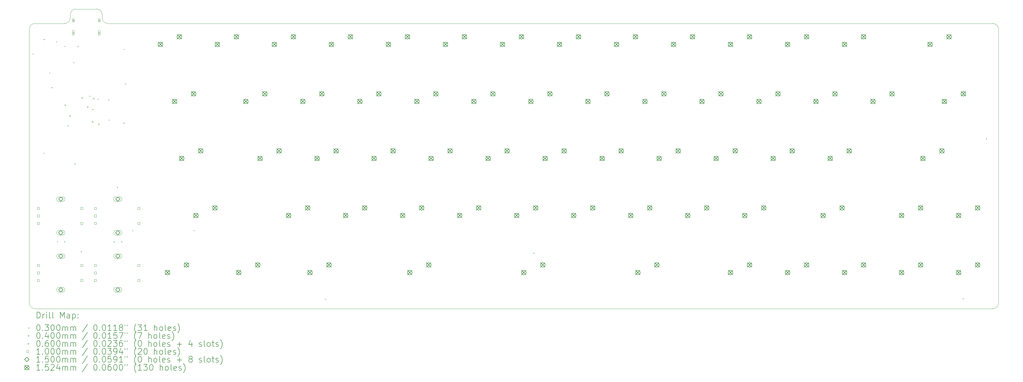
<source format=gbr>
%TF.GenerationSoftware,KiCad,Pcbnew,8.0.0*%
%TF.CreationDate,2024-11-20T19:59:16-08:00*%
%TF.ProjectId,Hampter1.3,48616d70-7465-4723-912e-332e6b696361,rev?*%
%TF.SameCoordinates,Original*%
%TF.FileFunction,Drillmap*%
%TF.FilePolarity,Positive*%
%FSLAX45Y45*%
G04 Gerber Fmt 4.5, Leading zero omitted, Abs format (unit mm)*
G04 Created by KiCad (PCBNEW 8.0.0) date 2024-11-20 19:59:16*
%MOMM*%
%LPD*%
G01*
G04 APERTURE LIST*
%ADD10C,0.050000*%
%ADD11C,0.200000*%
%ADD12C,0.100000*%
%ADD13C,0.150000*%
%ADD14C,0.152400*%
G04 APERTURE END LIST*
D10*
X18503900Y-12217400D02*
X18503900Y-12280900D01*
X18694400Y-12509500D02*
G75*
G02*
X18503900Y-12319000I0J190500D01*
G01*
X17246600Y-12509500D02*
X16256000Y-12509500D01*
X18694400Y-12509500D02*
X48260000Y-12509500D01*
X17437100Y-12217400D02*
G75*
G02*
X17627600Y-12026900I190500J0D01*
G01*
X16065500Y-12700000D02*
G75*
G02*
X16256000Y-12509500I190500J0D01*
G01*
X17437100Y-12280900D02*
X17437100Y-12319000D01*
X17437100Y-12217400D02*
X17437100Y-12280900D01*
X48450500Y-21844000D02*
G75*
G02*
X48260000Y-22034500I-190500J0D01*
G01*
X18503900Y-12280900D02*
X18503900Y-12319000D01*
X16065500Y-12700000D02*
X16065500Y-21844000D01*
X48260000Y-12509500D02*
G75*
G02*
X48450500Y-12700000I0J-190500D01*
G01*
X16256000Y-22034500D02*
G75*
G02*
X16065500Y-21844000I0J190500D01*
G01*
X48450500Y-12700000D02*
X48450500Y-21844000D01*
X17437100Y-12319000D02*
G75*
G02*
X17246600Y-12509500I-190500J0D01*
G01*
X18313400Y-12026900D02*
G75*
G02*
X18503900Y-12217400I0J-190500D01*
G01*
X16256000Y-22034500D02*
X48260000Y-22034500D01*
X17627600Y-12026900D02*
X18313400Y-12026900D01*
D11*
D12*
X16177500Y-13510500D02*
X16207500Y-13540500D01*
X16207500Y-13510500D02*
X16177500Y-13540500D01*
X16545800Y-13027900D02*
X16575800Y-13057900D01*
X16575800Y-13027900D02*
X16545800Y-13057900D01*
X16545800Y-16825200D02*
X16575800Y-16855200D01*
X16575800Y-16825200D02*
X16545800Y-16855200D01*
X16736300Y-14145500D02*
X16766300Y-14175500D01*
X16766300Y-14145500D02*
X16736300Y-14175500D01*
X16810158Y-14633952D02*
X16840158Y-14663952D01*
X16840158Y-14633952D02*
X16810158Y-14663952D01*
X16964900Y-13104100D02*
X16994900Y-13134100D01*
X16994900Y-13104100D02*
X16964900Y-13134100D01*
X16990300Y-19784300D02*
X17020300Y-19814300D01*
X17020300Y-19784300D02*
X16990300Y-19814300D01*
X17231600Y-19784300D02*
X17261600Y-19814300D01*
X17261600Y-19784300D02*
X17231600Y-19814300D01*
X17244300Y-13256500D02*
X17274300Y-13286500D01*
X17274300Y-13256500D02*
X17244300Y-13286500D01*
X17345900Y-15910800D02*
X17375900Y-15940800D01*
X17375900Y-15910800D02*
X17345900Y-15940800D01*
X17536400Y-13802600D02*
X17566400Y-13832600D01*
X17566400Y-13802600D02*
X17536400Y-13832600D01*
X17574500Y-17180800D02*
X17604500Y-17210800D01*
X17604500Y-17180800D02*
X17574500Y-17210800D01*
X17676100Y-13261700D02*
X17706100Y-13291700D01*
X17706100Y-13261700D02*
X17676100Y-13291700D01*
X17790400Y-20114500D02*
X17820400Y-20144500D01*
X17820400Y-20114500D02*
X17790400Y-20144500D01*
X18069800Y-14920200D02*
X18099800Y-14950200D01*
X18099800Y-14920200D02*
X18069800Y-14950200D01*
X18171400Y-15364700D02*
X18201400Y-15394700D01*
X18201400Y-15364700D02*
X18171400Y-15394700D01*
X18349200Y-15021800D02*
X18379200Y-15051800D01*
X18379200Y-15021800D02*
X18349200Y-15051800D01*
X18704800Y-15047200D02*
X18734800Y-15077200D01*
X18734800Y-15047200D02*
X18704800Y-15077200D01*
X18717500Y-15720300D02*
X18747500Y-15750300D01*
X18747500Y-15720300D02*
X18717500Y-15750300D01*
X18882600Y-19784300D02*
X18912600Y-19814300D01*
X18912600Y-19784300D02*
X18882600Y-19814300D01*
X18996900Y-17968200D02*
X19026900Y-17998200D01*
X19026900Y-17968200D02*
X18996900Y-17998200D01*
X19136600Y-19784300D02*
X19166600Y-19814300D01*
X19166600Y-19784300D02*
X19136600Y-19814300D01*
X19212800Y-15821900D02*
X19242800Y-15851900D01*
X19242800Y-15821900D02*
X19212800Y-15851900D01*
X19225500Y-13358100D02*
X19255500Y-13388100D01*
X19255500Y-13358100D02*
X19225500Y-13388100D01*
X19263600Y-14513800D02*
X19293600Y-14543800D01*
X19293600Y-14513800D02*
X19263600Y-14543800D01*
X19508342Y-19410700D02*
X19538342Y-19440700D01*
X19538342Y-19410700D02*
X19508342Y-19440700D01*
X21549600Y-19406800D02*
X21579600Y-19436800D01*
X21579600Y-19406800D02*
X21549600Y-19436800D01*
X25943800Y-21702000D02*
X25973800Y-21732000D01*
X25973800Y-21702000D02*
X25943800Y-21732000D01*
X32903400Y-20165300D02*
X32933400Y-20195300D01*
X32933400Y-20165300D02*
X32903400Y-20195300D01*
X47254400Y-21689300D02*
X47284400Y-21719300D01*
X47284400Y-21689300D02*
X47254400Y-21719300D01*
X48029100Y-16342600D02*
X48059100Y-16372600D01*
X48059100Y-16342600D02*
X48029100Y-16372600D01*
X17287790Y-15240412D02*
G75*
G02*
X17247790Y-15240412I-20000J0D01*
G01*
X17247790Y-15240412D02*
G75*
G02*
X17287790Y-15240412I20000J0D01*
G01*
X17449434Y-15599622D02*
G75*
G02*
X17409434Y-15599622I-20000J0D01*
G01*
X17409434Y-15599622D02*
G75*
G02*
X17449434Y-15599622I20000J0D01*
G01*
X17853546Y-14997945D02*
G75*
G02*
X17813546Y-14997945I-20000J0D01*
G01*
X17813546Y-14997945D02*
G75*
G02*
X17853546Y-14997945I20000J0D01*
G01*
X18041842Y-15303413D02*
G75*
G02*
X18001842Y-15303413I-20000J0D01*
G01*
X18001842Y-15303413D02*
G75*
G02*
X18041842Y-15303413I20000J0D01*
G01*
X18205388Y-15798800D02*
G75*
G02*
X18165388Y-15798800I-20000J0D01*
G01*
X18165388Y-15798800D02*
G75*
G02*
X18205388Y-15798800I20000J0D01*
G01*
X18239697Y-15024886D02*
G75*
G02*
X18199697Y-15024886I-20000J0D01*
G01*
X18199697Y-15024886D02*
G75*
G02*
X18239697Y-15024886I20000J0D01*
G01*
X18410322Y-15877800D02*
G75*
G02*
X18370322Y-15877800I-20000J0D01*
G01*
X18370322Y-15877800D02*
G75*
G02*
X18410322Y-15877800I20000J0D01*
G01*
X17538500Y-12374500D02*
X17538500Y-12434500D01*
X17508500Y-12404500D02*
X17568500Y-12404500D01*
X17568500Y-12434500D02*
X17568500Y-12374500D01*
X17508500Y-12374500D02*
G75*
G02*
X17568500Y-12374500I30000J0D01*
G01*
X17508500Y-12374500D02*
X17508500Y-12434500D01*
X17508500Y-12434500D02*
G75*
G03*
X17568500Y-12434500I30000J0D01*
G01*
X17538500Y-12792500D02*
X17538500Y-12852500D01*
X17508500Y-12822500D02*
X17568500Y-12822500D01*
X17568500Y-12877500D02*
X17568500Y-12767500D01*
X17508500Y-12767500D02*
G75*
G02*
X17568500Y-12767500I30000J0D01*
G01*
X17508500Y-12767500D02*
X17508500Y-12877500D01*
X17508500Y-12877500D02*
G75*
G03*
X17568500Y-12877500I30000J0D01*
G01*
X18402500Y-12374500D02*
X18402500Y-12434500D01*
X18372500Y-12404500D02*
X18432500Y-12404500D01*
X18432500Y-12434500D02*
X18432500Y-12374500D01*
X18372500Y-12374500D02*
G75*
G02*
X18432500Y-12374500I30000J0D01*
G01*
X18372500Y-12374500D02*
X18372500Y-12434500D01*
X18372500Y-12434500D02*
G75*
G03*
X18432500Y-12434500I30000J0D01*
G01*
X18402500Y-12792500D02*
X18402500Y-12852500D01*
X18372500Y-12822500D02*
X18432500Y-12822500D01*
X18432500Y-12877500D02*
X18432500Y-12767500D01*
X18372500Y-12767500D02*
G75*
G02*
X18432500Y-12767500I30000J0D01*
G01*
X18372500Y-12767500D02*
X18372500Y-12877500D01*
X18372500Y-12877500D02*
G75*
G03*
X18432500Y-12877500I30000J0D01*
G01*
X16404556Y-18721056D02*
X16404556Y-18650344D01*
X16333844Y-18650344D01*
X16333844Y-18721056D01*
X16404556Y-18721056D01*
X16404556Y-18971056D02*
X16404556Y-18900344D01*
X16333844Y-18900344D01*
X16333844Y-18971056D01*
X16404556Y-18971056D01*
X16404556Y-19221056D02*
X16404556Y-19150344D01*
X16333844Y-19150344D01*
X16333844Y-19221056D01*
X16404556Y-19221056D01*
X16404556Y-20626056D02*
X16404556Y-20555344D01*
X16333844Y-20555344D01*
X16333844Y-20626056D01*
X16404556Y-20626056D01*
X16404556Y-20876056D02*
X16404556Y-20805344D01*
X16333844Y-20805344D01*
X16333844Y-20876056D01*
X16404556Y-20876056D01*
X16404556Y-21126056D02*
X16404556Y-21055344D01*
X16333844Y-21055344D01*
X16333844Y-21126056D01*
X16404556Y-21126056D01*
X17854556Y-18721056D02*
X17854556Y-18650344D01*
X17783844Y-18650344D01*
X17783844Y-18721056D01*
X17854556Y-18721056D01*
X17854556Y-19221056D02*
X17854556Y-19150344D01*
X17783844Y-19150344D01*
X17783844Y-19221056D01*
X17854556Y-19221056D01*
X17854556Y-20626056D02*
X17854556Y-20555344D01*
X17783844Y-20555344D01*
X17783844Y-20626056D01*
X17854556Y-20626056D01*
X17854556Y-21126056D02*
X17854556Y-21055344D01*
X17783844Y-21055344D01*
X17783844Y-21126056D01*
X17854556Y-21126056D01*
X18309556Y-18721056D02*
X18309556Y-18650344D01*
X18238844Y-18650344D01*
X18238844Y-18721056D01*
X18309556Y-18721056D01*
X18309556Y-18971056D02*
X18309556Y-18900344D01*
X18238844Y-18900344D01*
X18238844Y-18971056D01*
X18309556Y-18971056D01*
X18309556Y-19221056D02*
X18309556Y-19150344D01*
X18238844Y-19150344D01*
X18238844Y-19221056D01*
X18309556Y-19221056D01*
X18309556Y-20626056D02*
X18309556Y-20555344D01*
X18238844Y-20555344D01*
X18238844Y-20626056D01*
X18309556Y-20626056D01*
X18309556Y-20876056D02*
X18309556Y-20805344D01*
X18238844Y-20805344D01*
X18238844Y-20876056D01*
X18309556Y-20876056D01*
X18309556Y-21126056D02*
X18309556Y-21055344D01*
X18238844Y-21055344D01*
X18238844Y-21126056D01*
X18309556Y-21126056D01*
X19759556Y-18721056D02*
X19759556Y-18650344D01*
X19688844Y-18650344D01*
X19688844Y-18721056D01*
X19759556Y-18721056D01*
X19759556Y-19221056D02*
X19759556Y-19150344D01*
X19688844Y-19150344D01*
X19688844Y-19221056D01*
X19759556Y-19221056D01*
X19759556Y-20626056D02*
X19759556Y-20555344D01*
X19688844Y-20555344D01*
X19688844Y-20626056D01*
X19759556Y-20626056D01*
X19759556Y-21126056D02*
X19759556Y-21055344D01*
X19688844Y-21055344D01*
X19688844Y-21126056D01*
X19759556Y-21126056D01*
D13*
X17119200Y-18450700D02*
X17194200Y-18375700D01*
X17119200Y-18300700D01*
X17044200Y-18375700D01*
X17119200Y-18450700D01*
D12*
X17054200Y-18450700D02*
X17184200Y-18450700D01*
X17184200Y-18300700D02*
G75*
G02*
X17184200Y-18450700I0J-75000D01*
G01*
X17184200Y-18300700D02*
X17054200Y-18300700D01*
X17054200Y-18300700D02*
G75*
G03*
X17054200Y-18450700I0J-75000D01*
G01*
D13*
X17119200Y-19570700D02*
X17194200Y-19495700D01*
X17119200Y-19420700D01*
X17044200Y-19495700D01*
X17119200Y-19570700D01*
D12*
X17054200Y-19570700D02*
X17184200Y-19570700D01*
X17184200Y-19420700D02*
G75*
G02*
X17184200Y-19570700I0J-75000D01*
G01*
X17184200Y-19420700D02*
X17054200Y-19420700D01*
X17054200Y-19420700D02*
G75*
G03*
X17054200Y-19570700I0J-75000D01*
G01*
D13*
X17119200Y-20355700D02*
X17194200Y-20280700D01*
X17119200Y-20205700D01*
X17044200Y-20280700D01*
X17119200Y-20355700D01*
D12*
X17054200Y-20355700D02*
X17184200Y-20355700D01*
X17184200Y-20205700D02*
G75*
G02*
X17184200Y-20355700I0J-75000D01*
G01*
X17184200Y-20205700D02*
X17054200Y-20205700D01*
X17054200Y-20205700D02*
G75*
G03*
X17054200Y-20355700I0J-75000D01*
G01*
D13*
X17119200Y-21475700D02*
X17194200Y-21400700D01*
X17119200Y-21325700D01*
X17044200Y-21400700D01*
X17119200Y-21475700D01*
D12*
X17054200Y-21475700D02*
X17184200Y-21475700D01*
X17184200Y-21325700D02*
G75*
G02*
X17184200Y-21475700I0J-75000D01*
G01*
X17184200Y-21325700D02*
X17054200Y-21325700D01*
X17054200Y-21325700D02*
G75*
G03*
X17054200Y-21475700I0J-75000D01*
G01*
D13*
X19024200Y-18450700D02*
X19099200Y-18375700D01*
X19024200Y-18300700D01*
X18949200Y-18375700D01*
X19024200Y-18450700D01*
D12*
X18959200Y-18450700D02*
X19089200Y-18450700D01*
X19089200Y-18300700D02*
G75*
G02*
X19089200Y-18450700I0J-75000D01*
G01*
X19089200Y-18300700D02*
X18959200Y-18300700D01*
X18959200Y-18300700D02*
G75*
G03*
X18959200Y-18450700I0J-75000D01*
G01*
D13*
X19024200Y-19570700D02*
X19099200Y-19495700D01*
X19024200Y-19420700D01*
X18949200Y-19495700D01*
X19024200Y-19570700D01*
D12*
X18959200Y-19570700D02*
X19089200Y-19570700D01*
X19089200Y-19420700D02*
G75*
G02*
X19089200Y-19570700I0J-75000D01*
G01*
X19089200Y-19420700D02*
X18959200Y-19420700D01*
X18959200Y-19420700D02*
G75*
G03*
X18959200Y-19570700I0J-75000D01*
G01*
D13*
X19024200Y-20355700D02*
X19099200Y-20280700D01*
X19024200Y-20205700D01*
X18949200Y-20280700D01*
X19024200Y-20355700D01*
D12*
X18959200Y-20355700D02*
X19089200Y-20355700D01*
X19089200Y-20205700D02*
G75*
G02*
X19089200Y-20355700I0J-75000D01*
G01*
X19089200Y-20205700D02*
X18959200Y-20205700D01*
X18959200Y-20205700D02*
G75*
G03*
X18959200Y-20355700I0J-75000D01*
G01*
D13*
X19024200Y-21475700D02*
X19099200Y-21400700D01*
X19024200Y-21325700D01*
X18949200Y-21400700D01*
X19024200Y-21475700D01*
D12*
X18959200Y-21475700D02*
X19089200Y-21475700D01*
X19089200Y-21325700D02*
G75*
G02*
X19089200Y-21475700I0J-75000D01*
G01*
X19089200Y-21325700D02*
X18959200Y-21325700D01*
X18959200Y-21325700D02*
G75*
G03*
X18959200Y-21475700I0J-75000D01*
G01*
D14*
X20370800Y-13131800D02*
X20523200Y-13284200D01*
X20523200Y-13131800D02*
X20370800Y-13284200D01*
X20523200Y-13208000D02*
G75*
G02*
X20370800Y-13208000I-76200J0D01*
G01*
X20370800Y-13208000D02*
G75*
G02*
X20523200Y-13208000I76200J0D01*
G01*
X20608473Y-20752045D02*
X20760873Y-20904445D01*
X20760873Y-20752045D02*
X20608473Y-20904445D01*
X20760873Y-20828245D02*
G75*
G02*
X20608473Y-20828245I-76200J0D01*
G01*
X20608473Y-20828245D02*
G75*
G02*
X20760873Y-20828245I76200J0D01*
G01*
X20847067Y-15036800D02*
X20999467Y-15189200D01*
X20999467Y-15036800D02*
X20847067Y-15189200D01*
X20999467Y-15113000D02*
G75*
G02*
X20847067Y-15113000I-76200J0D01*
G01*
X20847067Y-15113000D02*
G75*
G02*
X20999467Y-15113000I76200J0D01*
G01*
X21005800Y-12877800D02*
X21158200Y-13030200D01*
X21158200Y-12877800D02*
X21005800Y-13030200D01*
X21158200Y-12954000D02*
G75*
G02*
X21005800Y-12954000I-76200J0D01*
G01*
X21005800Y-12954000D02*
G75*
G02*
X21158200Y-12954000I76200J0D01*
G01*
X21084540Y-16941800D02*
X21236940Y-17094200D01*
X21236940Y-16941800D02*
X21084540Y-17094200D01*
X21236940Y-17018000D02*
G75*
G02*
X21084540Y-17018000I-76200J0D01*
G01*
X21084540Y-17018000D02*
G75*
G02*
X21236940Y-17018000I76200J0D01*
G01*
X21243473Y-20498045D02*
X21395873Y-20650445D01*
X21395873Y-20498045D02*
X21243473Y-20650445D01*
X21395873Y-20574245D02*
G75*
G02*
X21243473Y-20574245I-76200J0D01*
G01*
X21243473Y-20574245D02*
G75*
G02*
X21395873Y-20574245I76200J0D01*
G01*
X21482067Y-14782800D02*
X21634467Y-14935200D01*
X21634467Y-14782800D02*
X21482067Y-14935200D01*
X21634467Y-14859000D02*
G75*
G02*
X21482067Y-14859000I-76200J0D01*
G01*
X21482067Y-14859000D02*
G75*
G02*
X21634467Y-14859000I76200J0D01*
G01*
X21560299Y-18847145D02*
X21712699Y-18999545D01*
X21712699Y-18847145D02*
X21560299Y-18999545D01*
X21712699Y-18923345D02*
G75*
G02*
X21560299Y-18923345I-76200J0D01*
G01*
X21560299Y-18923345D02*
G75*
G02*
X21712699Y-18923345I76200J0D01*
G01*
X21719540Y-16687800D02*
X21871940Y-16840200D01*
X21871940Y-16687800D02*
X21719540Y-16840200D01*
X21871940Y-16764000D02*
G75*
G02*
X21719540Y-16764000I-76200J0D01*
G01*
X21719540Y-16764000D02*
G75*
G02*
X21871940Y-16764000I76200J0D01*
G01*
X22195299Y-18593145D02*
X22347699Y-18745545D01*
X22347699Y-18593145D02*
X22195299Y-18745545D01*
X22347699Y-18669345D02*
G75*
G02*
X22195299Y-18669345I-76200J0D01*
G01*
X22195299Y-18669345D02*
G75*
G02*
X22347699Y-18669345I76200J0D01*
G01*
X22275800Y-13131800D02*
X22428200Y-13284200D01*
X22428200Y-13131800D02*
X22275800Y-13284200D01*
X22428200Y-13208000D02*
G75*
G02*
X22275800Y-13208000I-76200J0D01*
G01*
X22275800Y-13208000D02*
G75*
G02*
X22428200Y-13208000I76200J0D01*
G01*
X22910800Y-12877800D02*
X23063200Y-13030200D01*
X23063200Y-12877800D02*
X22910800Y-13030200D01*
X23063200Y-12954000D02*
G75*
G02*
X22910800Y-12954000I-76200J0D01*
G01*
X22910800Y-12954000D02*
G75*
G02*
X23063200Y-12954000I76200J0D01*
G01*
X22989631Y-20752045D02*
X23142031Y-20904445D01*
X23142031Y-20752045D02*
X22989631Y-20904445D01*
X23142031Y-20828245D02*
G75*
G02*
X22989631Y-20828245I-76200J0D01*
G01*
X22989631Y-20828245D02*
G75*
G02*
X23142031Y-20828245I76200J0D01*
G01*
X23227047Y-15036800D02*
X23379447Y-15189200D01*
X23379447Y-15036800D02*
X23227047Y-15189200D01*
X23379447Y-15113000D02*
G75*
G02*
X23227047Y-15113000I-76200J0D01*
G01*
X23227047Y-15113000D02*
G75*
G02*
X23379447Y-15113000I76200J0D01*
G01*
X23624631Y-20498045D02*
X23777031Y-20650445D01*
X23777031Y-20498045D02*
X23624631Y-20650445D01*
X23777031Y-20574245D02*
G75*
G02*
X23624631Y-20574245I-76200J0D01*
G01*
X23624631Y-20574245D02*
G75*
G02*
X23777031Y-20574245I76200J0D01*
G01*
X23703109Y-16942059D02*
X23855509Y-17094459D01*
X23855509Y-16942059D02*
X23703109Y-17094459D01*
X23855509Y-17018259D02*
G75*
G02*
X23703109Y-17018259I-76200J0D01*
G01*
X23703109Y-17018259D02*
G75*
G02*
X23855509Y-17018259I76200J0D01*
G01*
X23862047Y-14782800D02*
X24014447Y-14935200D01*
X24014447Y-14782800D02*
X23862047Y-14935200D01*
X24014447Y-14859000D02*
G75*
G02*
X23862047Y-14859000I-76200J0D01*
G01*
X23862047Y-14859000D02*
G75*
G02*
X24014447Y-14859000I76200J0D01*
G01*
X24180800Y-13131800D02*
X24333200Y-13284200D01*
X24333200Y-13131800D02*
X24180800Y-13284200D01*
X24333200Y-13208000D02*
G75*
G02*
X24180800Y-13208000I-76200J0D01*
G01*
X24180800Y-13208000D02*
G75*
G02*
X24333200Y-13208000I76200J0D01*
G01*
X24338109Y-16688059D02*
X24490509Y-16840459D01*
X24490509Y-16688059D02*
X24338109Y-16840459D01*
X24490509Y-16764259D02*
G75*
G02*
X24338109Y-16764259I-76200J0D01*
G01*
X24338109Y-16764259D02*
G75*
G02*
X24490509Y-16764259I76200J0D01*
G01*
X24655924Y-18847145D02*
X24808324Y-18999545D01*
X24808324Y-18847145D02*
X24655924Y-18999545D01*
X24808324Y-18923345D02*
G75*
G02*
X24655924Y-18923345I-76200J0D01*
G01*
X24655924Y-18923345D02*
G75*
G02*
X24808324Y-18923345I76200J0D01*
G01*
X24815800Y-12877800D02*
X24968200Y-13030200D01*
X24968200Y-12877800D02*
X24815800Y-13030200D01*
X24968200Y-12954000D02*
G75*
G02*
X24815800Y-12954000I-76200J0D01*
G01*
X24815800Y-12954000D02*
G75*
G02*
X24968200Y-12954000I76200J0D01*
G01*
X25132047Y-15036800D02*
X25284447Y-15189200D01*
X25284447Y-15036800D02*
X25132047Y-15189200D01*
X25284447Y-15113000D02*
G75*
G02*
X25132047Y-15113000I-76200J0D01*
G01*
X25132047Y-15113000D02*
G75*
G02*
X25284447Y-15113000I76200J0D01*
G01*
X25290924Y-18593145D02*
X25443324Y-18745545D01*
X25443324Y-18593145D02*
X25290924Y-18745545D01*
X25443324Y-18669345D02*
G75*
G02*
X25290924Y-18669345I-76200J0D01*
G01*
X25290924Y-18669345D02*
G75*
G02*
X25443324Y-18669345I76200J0D01*
G01*
X25371329Y-20752045D02*
X25523729Y-20904445D01*
X25523729Y-20752045D02*
X25371329Y-20904445D01*
X25523729Y-20828245D02*
G75*
G02*
X25371329Y-20828245I-76200J0D01*
G01*
X25371329Y-20828245D02*
G75*
G02*
X25523729Y-20828245I76200J0D01*
G01*
X25608109Y-16942059D02*
X25760509Y-17094459D01*
X25760509Y-16942059D02*
X25608109Y-17094459D01*
X25760509Y-17018259D02*
G75*
G02*
X25608109Y-17018259I-76200J0D01*
G01*
X25608109Y-17018259D02*
G75*
G02*
X25760509Y-17018259I76200J0D01*
G01*
X25767047Y-14782800D02*
X25919447Y-14935200D01*
X25919447Y-14782800D02*
X25767047Y-14935200D01*
X25919447Y-14859000D02*
G75*
G02*
X25767047Y-14859000I-76200J0D01*
G01*
X25767047Y-14859000D02*
G75*
G02*
X25919447Y-14859000I76200J0D01*
G01*
X26006329Y-20498045D02*
X26158729Y-20650445D01*
X26158729Y-20498045D02*
X26006329Y-20650445D01*
X26158729Y-20574245D02*
G75*
G02*
X26006329Y-20574245I-76200J0D01*
G01*
X26006329Y-20574245D02*
G75*
G02*
X26158729Y-20574245I76200J0D01*
G01*
X26085800Y-13131800D02*
X26238200Y-13284200D01*
X26238200Y-13131800D02*
X26085800Y-13284200D01*
X26238200Y-13208000D02*
G75*
G02*
X26085800Y-13208000I-76200J0D01*
G01*
X26085800Y-13208000D02*
G75*
G02*
X26238200Y-13208000I76200J0D01*
G01*
X26243109Y-16688059D02*
X26395509Y-16840459D01*
X26395509Y-16688059D02*
X26243109Y-16840459D01*
X26395509Y-16764259D02*
G75*
G02*
X26243109Y-16764259I-76200J0D01*
G01*
X26243109Y-16764259D02*
G75*
G02*
X26395509Y-16764259I76200J0D01*
G01*
X26560924Y-18847145D02*
X26713324Y-18999545D01*
X26713324Y-18847145D02*
X26560924Y-18999545D01*
X26713324Y-18923345D02*
G75*
G02*
X26560924Y-18923345I-76200J0D01*
G01*
X26560924Y-18923345D02*
G75*
G02*
X26713324Y-18923345I76200J0D01*
G01*
X26720800Y-12877800D02*
X26873200Y-13030200D01*
X26873200Y-12877800D02*
X26720800Y-13030200D01*
X26873200Y-12954000D02*
G75*
G02*
X26720800Y-12954000I-76200J0D01*
G01*
X26720800Y-12954000D02*
G75*
G02*
X26873200Y-12954000I76200J0D01*
G01*
X27037047Y-15036800D02*
X27189447Y-15189200D01*
X27189447Y-15036800D02*
X27037047Y-15189200D01*
X27189447Y-15113000D02*
G75*
G02*
X27037047Y-15113000I-76200J0D01*
G01*
X27037047Y-15113000D02*
G75*
G02*
X27189447Y-15113000I76200J0D01*
G01*
X27195924Y-18593145D02*
X27348324Y-18745545D01*
X27348324Y-18593145D02*
X27195924Y-18745545D01*
X27348324Y-18669345D02*
G75*
G02*
X27195924Y-18669345I-76200J0D01*
G01*
X27195924Y-18669345D02*
G75*
G02*
X27348324Y-18669345I76200J0D01*
G01*
X27513109Y-16942059D02*
X27665509Y-17094459D01*
X27665509Y-16942059D02*
X27513109Y-17094459D01*
X27665509Y-17018259D02*
G75*
G02*
X27513109Y-17018259I-76200J0D01*
G01*
X27513109Y-17018259D02*
G75*
G02*
X27665509Y-17018259I76200J0D01*
G01*
X27672047Y-14782800D02*
X27824447Y-14935200D01*
X27824447Y-14782800D02*
X27672047Y-14935200D01*
X27824447Y-14859000D02*
G75*
G02*
X27672047Y-14859000I-76200J0D01*
G01*
X27672047Y-14859000D02*
G75*
G02*
X27824447Y-14859000I76200J0D01*
G01*
X27990800Y-13131800D02*
X28143200Y-13284200D01*
X28143200Y-13131800D02*
X27990800Y-13284200D01*
X28143200Y-13208000D02*
G75*
G02*
X27990800Y-13208000I-76200J0D01*
G01*
X27990800Y-13208000D02*
G75*
G02*
X28143200Y-13208000I76200J0D01*
G01*
X28148109Y-16688059D02*
X28300509Y-16840459D01*
X28300509Y-16688059D02*
X28148109Y-16840459D01*
X28300509Y-16764259D02*
G75*
G02*
X28148109Y-16764259I-76200J0D01*
G01*
X28148109Y-16764259D02*
G75*
G02*
X28300509Y-16764259I76200J0D01*
G01*
X28465924Y-18847145D02*
X28618324Y-18999545D01*
X28618324Y-18847145D02*
X28465924Y-18999545D01*
X28618324Y-18923345D02*
G75*
G02*
X28465924Y-18923345I-76200J0D01*
G01*
X28465924Y-18923345D02*
G75*
G02*
X28618324Y-18923345I76200J0D01*
G01*
X28625800Y-12877800D02*
X28778200Y-13030200D01*
X28778200Y-12877800D02*
X28625800Y-13030200D01*
X28778200Y-12954000D02*
G75*
G02*
X28625800Y-12954000I-76200J0D01*
G01*
X28625800Y-12954000D02*
G75*
G02*
X28778200Y-12954000I76200J0D01*
G01*
X28704631Y-20752045D02*
X28857031Y-20904445D01*
X28857031Y-20752045D02*
X28704631Y-20904445D01*
X28857031Y-20828245D02*
G75*
G02*
X28704631Y-20828245I-76200J0D01*
G01*
X28704631Y-20828245D02*
G75*
G02*
X28857031Y-20828245I76200J0D01*
G01*
X28942047Y-15036800D02*
X29094447Y-15189200D01*
X29094447Y-15036800D02*
X28942047Y-15189200D01*
X29094447Y-15113000D02*
G75*
G02*
X28942047Y-15113000I-76200J0D01*
G01*
X28942047Y-15113000D02*
G75*
G02*
X29094447Y-15113000I76200J0D01*
G01*
X29100924Y-18593145D02*
X29253324Y-18745545D01*
X29253324Y-18593145D02*
X29100924Y-18745545D01*
X29253324Y-18669345D02*
G75*
G02*
X29100924Y-18669345I-76200J0D01*
G01*
X29100924Y-18669345D02*
G75*
G02*
X29253324Y-18669345I76200J0D01*
G01*
X29339631Y-20498045D02*
X29492031Y-20650445D01*
X29492031Y-20498045D02*
X29339631Y-20650445D01*
X29492031Y-20574245D02*
G75*
G02*
X29339631Y-20574245I-76200J0D01*
G01*
X29339631Y-20574245D02*
G75*
G02*
X29492031Y-20574245I76200J0D01*
G01*
X29418109Y-16942059D02*
X29570509Y-17094459D01*
X29570509Y-16942059D02*
X29418109Y-17094459D01*
X29570509Y-17018259D02*
G75*
G02*
X29418109Y-17018259I-76200J0D01*
G01*
X29418109Y-17018259D02*
G75*
G02*
X29570509Y-17018259I76200J0D01*
G01*
X29577047Y-14782800D02*
X29729447Y-14935200D01*
X29729447Y-14782800D02*
X29577047Y-14935200D01*
X29729447Y-14859000D02*
G75*
G02*
X29577047Y-14859000I-76200J0D01*
G01*
X29577047Y-14859000D02*
G75*
G02*
X29729447Y-14859000I76200J0D01*
G01*
X29895800Y-13131800D02*
X30048200Y-13284200D01*
X30048200Y-13131800D02*
X29895800Y-13284200D01*
X30048200Y-13208000D02*
G75*
G02*
X29895800Y-13208000I-76200J0D01*
G01*
X29895800Y-13208000D02*
G75*
G02*
X30048200Y-13208000I76200J0D01*
G01*
X30053109Y-16688059D02*
X30205509Y-16840459D01*
X30205509Y-16688059D02*
X30053109Y-16840459D01*
X30205509Y-16764259D02*
G75*
G02*
X30053109Y-16764259I-76200J0D01*
G01*
X30053109Y-16764259D02*
G75*
G02*
X30205509Y-16764259I76200J0D01*
G01*
X30370924Y-18847145D02*
X30523324Y-18999545D01*
X30523324Y-18847145D02*
X30370924Y-18999545D01*
X30523324Y-18923345D02*
G75*
G02*
X30370924Y-18923345I-76200J0D01*
G01*
X30370924Y-18923345D02*
G75*
G02*
X30523324Y-18923345I76200J0D01*
G01*
X30530800Y-12877800D02*
X30683200Y-13030200D01*
X30683200Y-12877800D02*
X30530800Y-13030200D01*
X30683200Y-12954000D02*
G75*
G02*
X30530800Y-12954000I-76200J0D01*
G01*
X30530800Y-12954000D02*
G75*
G02*
X30683200Y-12954000I76200J0D01*
G01*
X30847047Y-15036800D02*
X30999447Y-15189200D01*
X30999447Y-15036800D02*
X30847047Y-15189200D01*
X30999447Y-15113000D02*
G75*
G02*
X30847047Y-15113000I-76200J0D01*
G01*
X30847047Y-15113000D02*
G75*
G02*
X30999447Y-15113000I76200J0D01*
G01*
X31005924Y-18593145D02*
X31158324Y-18745545D01*
X31158324Y-18593145D02*
X31005924Y-18745545D01*
X31158324Y-18669345D02*
G75*
G02*
X31005924Y-18669345I-76200J0D01*
G01*
X31005924Y-18669345D02*
G75*
G02*
X31158324Y-18669345I76200J0D01*
G01*
X31323109Y-16942059D02*
X31475509Y-17094459D01*
X31475509Y-16942059D02*
X31323109Y-17094459D01*
X31475509Y-17018259D02*
G75*
G02*
X31323109Y-17018259I-76200J0D01*
G01*
X31323109Y-17018259D02*
G75*
G02*
X31475509Y-17018259I76200J0D01*
G01*
X31482047Y-14782800D02*
X31634447Y-14935200D01*
X31634447Y-14782800D02*
X31482047Y-14935200D01*
X31634447Y-14859000D02*
G75*
G02*
X31482047Y-14859000I-76200J0D01*
G01*
X31482047Y-14859000D02*
G75*
G02*
X31634447Y-14859000I76200J0D01*
G01*
X31800800Y-13131800D02*
X31953200Y-13284200D01*
X31953200Y-13131800D02*
X31800800Y-13284200D01*
X31953200Y-13208000D02*
G75*
G02*
X31800800Y-13208000I-76200J0D01*
G01*
X31800800Y-13208000D02*
G75*
G02*
X31953200Y-13208000I76200J0D01*
G01*
X31958109Y-16688059D02*
X32110509Y-16840459D01*
X32110509Y-16688059D02*
X31958109Y-16840459D01*
X32110509Y-16764259D02*
G75*
G02*
X31958109Y-16764259I-76200J0D01*
G01*
X31958109Y-16764259D02*
G75*
G02*
X32110509Y-16764259I76200J0D01*
G01*
X32275924Y-18847145D02*
X32428324Y-18999545D01*
X32428324Y-18847145D02*
X32275924Y-18999545D01*
X32428324Y-18923345D02*
G75*
G02*
X32275924Y-18923345I-76200J0D01*
G01*
X32275924Y-18923345D02*
G75*
G02*
X32428324Y-18923345I76200J0D01*
G01*
X32435800Y-12877800D02*
X32588200Y-13030200D01*
X32588200Y-12877800D02*
X32435800Y-13030200D01*
X32588200Y-12954000D02*
G75*
G02*
X32435800Y-12954000I-76200J0D01*
G01*
X32435800Y-12954000D02*
G75*
G02*
X32588200Y-12954000I76200J0D01*
G01*
X32514631Y-20752045D02*
X32667031Y-20904445D01*
X32667031Y-20752045D02*
X32514631Y-20904445D01*
X32667031Y-20828245D02*
G75*
G02*
X32514631Y-20828245I-76200J0D01*
G01*
X32514631Y-20828245D02*
G75*
G02*
X32667031Y-20828245I76200J0D01*
G01*
X32752047Y-15036800D02*
X32904447Y-15189200D01*
X32904447Y-15036800D02*
X32752047Y-15189200D01*
X32904447Y-15113000D02*
G75*
G02*
X32752047Y-15113000I-76200J0D01*
G01*
X32752047Y-15113000D02*
G75*
G02*
X32904447Y-15113000I76200J0D01*
G01*
X32910924Y-18593145D02*
X33063324Y-18745545D01*
X33063324Y-18593145D02*
X32910924Y-18745545D01*
X33063324Y-18669345D02*
G75*
G02*
X32910924Y-18669345I-76200J0D01*
G01*
X32910924Y-18669345D02*
G75*
G02*
X33063324Y-18669345I76200J0D01*
G01*
X33149631Y-20498045D02*
X33302031Y-20650445D01*
X33302031Y-20498045D02*
X33149631Y-20650445D01*
X33302031Y-20574245D02*
G75*
G02*
X33149631Y-20574245I-76200J0D01*
G01*
X33149631Y-20574245D02*
G75*
G02*
X33302031Y-20574245I76200J0D01*
G01*
X33228109Y-16942059D02*
X33380509Y-17094459D01*
X33380509Y-16942059D02*
X33228109Y-17094459D01*
X33380509Y-17018259D02*
G75*
G02*
X33228109Y-17018259I-76200J0D01*
G01*
X33228109Y-17018259D02*
G75*
G02*
X33380509Y-17018259I76200J0D01*
G01*
X33387047Y-14782800D02*
X33539447Y-14935200D01*
X33539447Y-14782800D02*
X33387047Y-14935200D01*
X33539447Y-14859000D02*
G75*
G02*
X33387047Y-14859000I-76200J0D01*
G01*
X33387047Y-14859000D02*
G75*
G02*
X33539447Y-14859000I76200J0D01*
G01*
X33705800Y-13131800D02*
X33858200Y-13284200D01*
X33858200Y-13131800D02*
X33705800Y-13284200D01*
X33858200Y-13208000D02*
G75*
G02*
X33705800Y-13208000I-76200J0D01*
G01*
X33705800Y-13208000D02*
G75*
G02*
X33858200Y-13208000I76200J0D01*
G01*
X33863109Y-16688059D02*
X34015509Y-16840459D01*
X34015509Y-16688059D02*
X33863109Y-16840459D01*
X34015509Y-16764259D02*
G75*
G02*
X33863109Y-16764259I-76200J0D01*
G01*
X33863109Y-16764259D02*
G75*
G02*
X34015509Y-16764259I76200J0D01*
G01*
X34180924Y-18847145D02*
X34333324Y-18999545D01*
X34333324Y-18847145D02*
X34180924Y-18999545D01*
X34333324Y-18923345D02*
G75*
G02*
X34180924Y-18923345I-76200J0D01*
G01*
X34180924Y-18923345D02*
G75*
G02*
X34333324Y-18923345I76200J0D01*
G01*
X34340800Y-12877800D02*
X34493200Y-13030200D01*
X34493200Y-12877800D02*
X34340800Y-13030200D01*
X34493200Y-12954000D02*
G75*
G02*
X34340800Y-12954000I-76200J0D01*
G01*
X34340800Y-12954000D02*
G75*
G02*
X34493200Y-12954000I76200J0D01*
G01*
X34657047Y-15036800D02*
X34809447Y-15189200D01*
X34809447Y-15036800D02*
X34657047Y-15189200D01*
X34809447Y-15113000D02*
G75*
G02*
X34657047Y-15113000I-76200J0D01*
G01*
X34657047Y-15113000D02*
G75*
G02*
X34809447Y-15113000I76200J0D01*
G01*
X34815924Y-18593145D02*
X34968324Y-18745545D01*
X34968324Y-18593145D02*
X34815924Y-18745545D01*
X34968324Y-18669345D02*
G75*
G02*
X34815924Y-18669345I-76200J0D01*
G01*
X34815924Y-18669345D02*
G75*
G02*
X34968324Y-18669345I76200J0D01*
G01*
X35133109Y-16942059D02*
X35285509Y-17094459D01*
X35285509Y-16942059D02*
X35133109Y-17094459D01*
X35285509Y-17018259D02*
G75*
G02*
X35133109Y-17018259I-76200J0D01*
G01*
X35133109Y-17018259D02*
G75*
G02*
X35285509Y-17018259I76200J0D01*
G01*
X35292047Y-14782800D02*
X35444447Y-14935200D01*
X35444447Y-14782800D02*
X35292047Y-14935200D01*
X35444447Y-14859000D02*
G75*
G02*
X35292047Y-14859000I-76200J0D01*
G01*
X35292047Y-14859000D02*
G75*
G02*
X35444447Y-14859000I76200J0D01*
G01*
X35610800Y-13131800D02*
X35763200Y-13284200D01*
X35763200Y-13131800D02*
X35610800Y-13284200D01*
X35763200Y-13208000D02*
G75*
G02*
X35610800Y-13208000I-76200J0D01*
G01*
X35610800Y-13208000D02*
G75*
G02*
X35763200Y-13208000I76200J0D01*
G01*
X35768109Y-16688059D02*
X35920509Y-16840459D01*
X35920509Y-16688059D02*
X35768109Y-16840459D01*
X35920509Y-16764259D02*
G75*
G02*
X35768109Y-16764259I-76200J0D01*
G01*
X35768109Y-16764259D02*
G75*
G02*
X35920509Y-16764259I76200J0D01*
G01*
X36085924Y-18847145D02*
X36238324Y-18999545D01*
X36238324Y-18847145D02*
X36085924Y-18999545D01*
X36238324Y-18923345D02*
G75*
G02*
X36085924Y-18923345I-76200J0D01*
G01*
X36085924Y-18923345D02*
G75*
G02*
X36238324Y-18923345I76200J0D01*
G01*
X36245800Y-12877800D02*
X36398200Y-13030200D01*
X36398200Y-12877800D02*
X36245800Y-13030200D01*
X36398200Y-12954000D02*
G75*
G02*
X36245800Y-12954000I-76200J0D01*
G01*
X36245800Y-12954000D02*
G75*
G02*
X36398200Y-12954000I76200J0D01*
G01*
X36324631Y-20752045D02*
X36477031Y-20904445D01*
X36477031Y-20752045D02*
X36324631Y-20904445D01*
X36477031Y-20828245D02*
G75*
G02*
X36324631Y-20828245I-76200J0D01*
G01*
X36324631Y-20828245D02*
G75*
G02*
X36477031Y-20828245I76200J0D01*
G01*
X36562047Y-15036800D02*
X36714447Y-15189200D01*
X36714447Y-15036800D02*
X36562047Y-15189200D01*
X36714447Y-15113000D02*
G75*
G02*
X36562047Y-15113000I-76200J0D01*
G01*
X36562047Y-15113000D02*
G75*
G02*
X36714447Y-15113000I76200J0D01*
G01*
X36720924Y-18593145D02*
X36873324Y-18745545D01*
X36873324Y-18593145D02*
X36720924Y-18745545D01*
X36873324Y-18669345D02*
G75*
G02*
X36720924Y-18669345I-76200J0D01*
G01*
X36720924Y-18669345D02*
G75*
G02*
X36873324Y-18669345I76200J0D01*
G01*
X36959631Y-20498045D02*
X37112031Y-20650445D01*
X37112031Y-20498045D02*
X36959631Y-20650445D01*
X37112031Y-20574245D02*
G75*
G02*
X36959631Y-20574245I-76200J0D01*
G01*
X36959631Y-20574245D02*
G75*
G02*
X37112031Y-20574245I76200J0D01*
G01*
X37038109Y-16942059D02*
X37190509Y-17094459D01*
X37190509Y-16942059D02*
X37038109Y-17094459D01*
X37190509Y-17018259D02*
G75*
G02*
X37038109Y-17018259I-76200J0D01*
G01*
X37038109Y-17018259D02*
G75*
G02*
X37190509Y-17018259I76200J0D01*
G01*
X37197047Y-14782800D02*
X37349447Y-14935200D01*
X37349447Y-14782800D02*
X37197047Y-14935200D01*
X37349447Y-14859000D02*
G75*
G02*
X37197047Y-14859000I-76200J0D01*
G01*
X37197047Y-14859000D02*
G75*
G02*
X37349447Y-14859000I76200J0D01*
G01*
X37515800Y-13131800D02*
X37668200Y-13284200D01*
X37668200Y-13131800D02*
X37515800Y-13284200D01*
X37668200Y-13208000D02*
G75*
G02*
X37515800Y-13208000I-76200J0D01*
G01*
X37515800Y-13208000D02*
G75*
G02*
X37668200Y-13208000I76200J0D01*
G01*
X37673109Y-16688059D02*
X37825509Y-16840459D01*
X37825509Y-16688059D02*
X37673109Y-16840459D01*
X37825509Y-16764259D02*
G75*
G02*
X37673109Y-16764259I-76200J0D01*
G01*
X37673109Y-16764259D02*
G75*
G02*
X37825509Y-16764259I76200J0D01*
G01*
X37990924Y-18847145D02*
X38143324Y-18999545D01*
X38143324Y-18847145D02*
X37990924Y-18999545D01*
X38143324Y-18923345D02*
G75*
G02*
X37990924Y-18923345I-76200J0D01*
G01*
X37990924Y-18923345D02*
G75*
G02*
X38143324Y-18923345I76200J0D01*
G01*
X38150800Y-12877800D02*
X38303200Y-13030200D01*
X38303200Y-12877800D02*
X38150800Y-13030200D01*
X38303200Y-12954000D02*
G75*
G02*
X38150800Y-12954000I-76200J0D01*
G01*
X38150800Y-12954000D02*
G75*
G02*
X38303200Y-12954000I76200J0D01*
G01*
X38467047Y-15036800D02*
X38619447Y-15189200D01*
X38619447Y-15036800D02*
X38467047Y-15189200D01*
X38619447Y-15113000D02*
G75*
G02*
X38467047Y-15113000I-76200J0D01*
G01*
X38467047Y-15113000D02*
G75*
G02*
X38619447Y-15113000I76200J0D01*
G01*
X38625924Y-18593145D02*
X38778324Y-18745545D01*
X38778324Y-18593145D02*
X38625924Y-18745545D01*
X38778324Y-18669345D02*
G75*
G02*
X38625924Y-18669345I-76200J0D01*
G01*
X38625924Y-18669345D02*
G75*
G02*
X38778324Y-18669345I76200J0D01*
G01*
X38943109Y-16942059D02*
X39095509Y-17094459D01*
X39095509Y-16942059D02*
X38943109Y-17094459D01*
X39095509Y-17018259D02*
G75*
G02*
X38943109Y-17018259I-76200J0D01*
G01*
X38943109Y-17018259D02*
G75*
G02*
X39095509Y-17018259I76200J0D01*
G01*
X39102047Y-14782800D02*
X39254447Y-14935200D01*
X39254447Y-14782800D02*
X39102047Y-14935200D01*
X39254447Y-14859000D02*
G75*
G02*
X39102047Y-14859000I-76200J0D01*
G01*
X39102047Y-14859000D02*
G75*
G02*
X39254447Y-14859000I76200J0D01*
G01*
X39420800Y-13131800D02*
X39573200Y-13284200D01*
X39573200Y-13131800D02*
X39420800Y-13284200D01*
X39573200Y-13208000D02*
G75*
G02*
X39420800Y-13208000I-76200J0D01*
G01*
X39420800Y-13208000D02*
G75*
G02*
X39573200Y-13208000I76200J0D01*
G01*
X39420800Y-20752390D02*
X39573200Y-20904790D01*
X39573200Y-20752390D02*
X39420800Y-20904790D01*
X39573200Y-20828590D02*
G75*
G02*
X39420800Y-20828590I-76200J0D01*
G01*
X39420800Y-20828590D02*
G75*
G02*
X39573200Y-20828590I76200J0D01*
G01*
X39578109Y-16688059D02*
X39730509Y-16840459D01*
X39730509Y-16688059D02*
X39578109Y-16840459D01*
X39730509Y-16764259D02*
G75*
G02*
X39578109Y-16764259I-76200J0D01*
G01*
X39578109Y-16764259D02*
G75*
G02*
X39730509Y-16764259I76200J0D01*
G01*
X39895924Y-18847145D02*
X40048324Y-18999545D01*
X40048324Y-18847145D02*
X39895924Y-18999545D01*
X40048324Y-18923345D02*
G75*
G02*
X39895924Y-18923345I-76200J0D01*
G01*
X39895924Y-18923345D02*
G75*
G02*
X40048324Y-18923345I76200J0D01*
G01*
X40055800Y-12877800D02*
X40208200Y-13030200D01*
X40208200Y-12877800D02*
X40055800Y-13030200D01*
X40208200Y-12954000D02*
G75*
G02*
X40055800Y-12954000I-76200J0D01*
G01*
X40055800Y-12954000D02*
G75*
G02*
X40208200Y-12954000I76200J0D01*
G01*
X40055800Y-20498390D02*
X40208200Y-20650790D01*
X40208200Y-20498390D02*
X40055800Y-20650790D01*
X40208200Y-20574590D02*
G75*
G02*
X40055800Y-20574590I-76200J0D01*
G01*
X40055800Y-20574590D02*
G75*
G02*
X40208200Y-20574590I76200J0D01*
G01*
X40372047Y-15036800D02*
X40524447Y-15189200D01*
X40524447Y-15036800D02*
X40372047Y-15189200D01*
X40524447Y-15113000D02*
G75*
G02*
X40372047Y-15113000I-76200J0D01*
G01*
X40372047Y-15113000D02*
G75*
G02*
X40524447Y-15113000I76200J0D01*
G01*
X40530924Y-18593145D02*
X40683324Y-18745545D01*
X40683324Y-18593145D02*
X40530924Y-18745545D01*
X40683324Y-18669345D02*
G75*
G02*
X40530924Y-18669345I-76200J0D01*
G01*
X40530924Y-18669345D02*
G75*
G02*
X40683324Y-18669345I76200J0D01*
G01*
X40848109Y-16942059D02*
X41000509Y-17094459D01*
X41000509Y-16942059D02*
X40848109Y-17094459D01*
X41000509Y-17018259D02*
G75*
G02*
X40848109Y-17018259I-76200J0D01*
G01*
X40848109Y-17018259D02*
G75*
G02*
X41000509Y-17018259I76200J0D01*
G01*
X41007047Y-14782800D02*
X41159447Y-14935200D01*
X41159447Y-14782800D02*
X41007047Y-14935200D01*
X41159447Y-14859000D02*
G75*
G02*
X41007047Y-14859000I-76200J0D01*
G01*
X41007047Y-14859000D02*
G75*
G02*
X41159447Y-14859000I76200J0D01*
G01*
X41325800Y-13131800D02*
X41478200Y-13284200D01*
X41478200Y-13131800D02*
X41325800Y-13284200D01*
X41478200Y-13208000D02*
G75*
G02*
X41325800Y-13208000I-76200J0D01*
G01*
X41325800Y-13208000D02*
G75*
G02*
X41478200Y-13208000I76200J0D01*
G01*
X41325800Y-20752390D02*
X41478200Y-20904790D01*
X41478200Y-20752390D02*
X41325800Y-20904790D01*
X41478200Y-20828590D02*
G75*
G02*
X41325800Y-20828590I-76200J0D01*
G01*
X41325800Y-20828590D02*
G75*
G02*
X41478200Y-20828590I76200J0D01*
G01*
X41483109Y-16688059D02*
X41635509Y-16840459D01*
X41635509Y-16688059D02*
X41483109Y-16840459D01*
X41635509Y-16764259D02*
G75*
G02*
X41483109Y-16764259I-76200J0D01*
G01*
X41483109Y-16764259D02*
G75*
G02*
X41635509Y-16764259I76200J0D01*
G01*
X41960800Y-12877800D02*
X42113200Y-13030200D01*
X42113200Y-12877800D02*
X41960800Y-13030200D01*
X42113200Y-12954000D02*
G75*
G02*
X41960800Y-12954000I-76200J0D01*
G01*
X41960800Y-12954000D02*
G75*
G02*
X42113200Y-12954000I76200J0D01*
G01*
X41960800Y-20498390D02*
X42113200Y-20650790D01*
X42113200Y-20498390D02*
X41960800Y-20650790D01*
X42113200Y-20574590D02*
G75*
G02*
X41960800Y-20574590I-76200J0D01*
G01*
X41960800Y-20574590D02*
G75*
G02*
X42113200Y-20574590I76200J0D01*
G01*
X42277047Y-15036800D02*
X42429447Y-15189200D01*
X42429447Y-15036800D02*
X42277047Y-15189200D01*
X42429447Y-15113000D02*
G75*
G02*
X42277047Y-15113000I-76200J0D01*
G01*
X42277047Y-15113000D02*
G75*
G02*
X42429447Y-15113000I76200J0D01*
G01*
X42514806Y-18847317D02*
X42667206Y-18999717D01*
X42667206Y-18847317D02*
X42514806Y-18999717D01*
X42667206Y-18923517D02*
G75*
G02*
X42514806Y-18923517I-76200J0D01*
G01*
X42514806Y-18923517D02*
G75*
G02*
X42667206Y-18923517I76200J0D01*
G01*
X42753109Y-16942059D02*
X42905509Y-17094459D01*
X42905509Y-16942059D02*
X42753109Y-17094459D01*
X42905509Y-17018259D02*
G75*
G02*
X42753109Y-17018259I-76200J0D01*
G01*
X42753109Y-17018259D02*
G75*
G02*
X42905509Y-17018259I76200J0D01*
G01*
X42912047Y-14782800D02*
X43064447Y-14935200D01*
X43064447Y-14782800D02*
X42912047Y-14935200D01*
X43064447Y-14859000D02*
G75*
G02*
X42912047Y-14859000I-76200J0D01*
G01*
X42912047Y-14859000D02*
G75*
G02*
X43064447Y-14859000I76200J0D01*
G01*
X43149806Y-18593317D02*
X43302206Y-18745717D01*
X43302206Y-18593317D02*
X43149806Y-18745717D01*
X43302206Y-18669517D02*
G75*
G02*
X43149806Y-18669517I-76200J0D01*
G01*
X43149806Y-18669517D02*
G75*
G02*
X43302206Y-18669517I76200J0D01*
G01*
X43230800Y-13131800D02*
X43383200Y-13284200D01*
X43383200Y-13131800D02*
X43230800Y-13284200D01*
X43383200Y-13208000D02*
G75*
G02*
X43230800Y-13208000I-76200J0D01*
G01*
X43230800Y-13208000D02*
G75*
G02*
X43383200Y-13208000I76200J0D01*
G01*
X43230800Y-20752390D02*
X43383200Y-20904790D01*
X43383200Y-20752390D02*
X43230800Y-20904790D01*
X43383200Y-20828590D02*
G75*
G02*
X43230800Y-20828590I-76200J0D01*
G01*
X43230800Y-20828590D02*
G75*
G02*
X43383200Y-20828590I76200J0D01*
G01*
X43388109Y-16688059D02*
X43540509Y-16840459D01*
X43540509Y-16688059D02*
X43388109Y-16840459D01*
X43540509Y-16764259D02*
G75*
G02*
X43388109Y-16764259I-76200J0D01*
G01*
X43388109Y-16764259D02*
G75*
G02*
X43540509Y-16764259I76200J0D01*
G01*
X43865800Y-12877800D02*
X44018200Y-13030200D01*
X44018200Y-12877800D02*
X43865800Y-13030200D01*
X44018200Y-12954000D02*
G75*
G02*
X43865800Y-12954000I-76200J0D01*
G01*
X43865800Y-12954000D02*
G75*
G02*
X44018200Y-12954000I76200J0D01*
G01*
X43865800Y-20498390D02*
X44018200Y-20650790D01*
X44018200Y-20498390D02*
X43865800Y-20650790D01*
X44018200Y-20574590D02*
G75*
G02*
X43865800Y-20574590I-76200J0D01*
G01*
X43865800Y-20574590D02*
G75*
G02*
X44018200Y-20574590I76200J0D01*
G01*
X44182047Y-15036800D02*
X44334447Y-15189200D01*
X44334447Y-15036800D02*
X44182047Y-15189200D01*
X44334447Y-15113000D02*
G75*
G02*
X44182047Y-15113000I-76200J0D01*
G01*
X44182047Y-15113000D02*
G75*
G02*
X44334447Y-15113000I76200J0D01*
G01*
X44817047Y-14782800D02*
X44969447Y-14935200D01*
X44969447Y-14782800D02*
X44817047Y-14935200D01*
X44969447Y-14859000D02*
G75*
G02*
X44817047Y-14859000I-76200J0D01*
G01*
X44817047Y-14859000D02*
G75*
G02*
X44969447Y-14859000I76200J0D01*
G01*
X45135800Y-18846800D02*
X45288200Y-18999200D01*
X45288200Y-18846800D02*
X45135800Y-18999200D01*
X45288200Y-18923000D02*
G75*
G02*
X45135800Y-18923000I-76200J0D01*
G01*
X45135800Y-18923000D02*
G75*
G02*
X45288200Y-18923000I76200J0D01*
G01*
X45135800Y-20752390D02*
X45288200Y-20904790D01*
X45288200Y-20752390D02*
X45135800Y-20904790D01*
X45288200Y-20828590D02*
G75*
G02*
X45135800Y-20828590I-76200J0D01*
G01*
X45135800Y-20828590D02*
G75*
G02*
X45288200Y-20828590I76200J0D01*
G01*
X45770800Y-18592800D02*
X45923200Y-18745200D01*
X45923200Y-18592800D02*
X45770800Y-18745200D01*
X45923200Y-18669000D02*
G75*
G02*
X45770800Y-18669000I-76200J0D01*
G01*
X45770800Y-18669000D02*
G75*
G02*
X45923200Y-18669000I76200J0D01*
G01*
X45770800Y-20498390D02*
X45923200Y-20650790D01*
X45923200Y-20498390D02*
X45770800Y-20650790D01*
X45923200Y-20574590D02*
G75*
G02*
X45770800Y-20574590I-76200J0D01*
G01*
X45770800Y-20574590D02*
G75*
G02*
X45923200Y-20574590I76200J0D01*
G01*
X45849369Y-16942059D02*
X46001769Y-17094459D01*
X46001769Y-16942059D02*
X45849369Y-17094459D01*
X46001769Y-17018259D02*
G75*
G02*
X45849369Y-17018259I-76200J0D01*
G01*
X45849369Y-17018259D02*
G75*
G02*
X46001769Y-17018259I76200J0D01*
G01*
X46088300Y-13131800D02*
X46240700Y-13284200D01*
X46240700Y-13131800D02*
X46088300Y-13284200D01*
X46240700Y-13208000D02*
G75*
G02*
X46088300Y-13208000I-76200J0D01*
G01*
X46088300Y-13208000D02*
G75*
G02*
X46240700Y-13208000I76200J0D01*
G01*
X46484369Y-16688059D02*
X46636769Y-16840459D01*
X46636769Y-16688059D02*
X46484369Y-16840459D01*
X46636769Y-16764259D02*
G75*
G02*
X46484369Y-16764259I-76200J0D01*
G01*
X46484369Y-16764259D02*
G75*
G02*
X46636769Y-16764259I76200J0D01*
G01*
X46564615Y-15037407D02*
X46717015Y-15189807D01*
X46717015Y-15037407D02*
X46564615Y-15189807D01*
X46717015Y-15113607D02*
G75*
G02*
X46564615Y-15113607I-76200J0D01*
G01*
X46564615Y-15113607D02*
G75*
G02*
X46717015Y-15113607I76200J0D01*
G01*
X46723300Y-12877800D02*
X46875700Y-13030200D01*
X46875700Y-12877800D02*
X46723300Y-13030200D01*
X46875700Y-12954000D02*
G75*
G02*
X46723300Y-12954000I-76200J0D01*
G01*
X46723300Y-12954000D02*
G75*
G02*
X46875700Y-12954000I76200J0D01*
G01*
X47040800Y-18846800D02*
X47193200Y-18999200D01*
X47193200Y-18846800D02*
X47040800Y-18999200D01*
X47193200Y-18923000D02*
G75*
G02*
X47040800Y-18923000I-76200J0D01*
G01*
X47040800Y-18923000D02*
G75*
G02*
X47193200Y-18923000I76200J0D01*
G01*
X47040800Y-20752390D02*
X47193200Y-20904790D01*
X47193200Y-20752390D02*
X47040800Y-20904790D01*
X47193200Y-20828590D02*
G75*
G02*
X47040800Y-20828590I-76200J0D01*
G01*
X47040800Y-20828590D02*
G75*
G02*
X47193200Y-20828590I76200J0D01*
G01*
X47199615Y-14783407D02*
X47352015Y-14935807D01*
X47352015Y-14783407D02*
X47199615Y-14935807D01*
X47352015Y-14859607D02*
G75*
G02*
X47199615Y-14859607I-76200J0D01*
G01*
X47199615Y-14859607D02*
G75*
G02*
X47352015Y-14859607I76200J0D01*
G01*
X47675800Y-18592800D02*
X47828200Y-18745200D01*
X47828200Y-18592800D02*
X47675800Y-18745200D01*
X47828200Y-18669000D02*
G75*
G02*
X47675800Y-18669000I-76200J0D01*
G01*
X47675800Y-18669000D02*
G75*
G02*
X47828200Y-18669000I76200J0D01*
G01*
X47675800Y-20498390D02*
X47828200Y-20650790D01*
X47828200Y-20498390D02*
X47675800Y-20650790D01*
X47828200Y-20574590D02*
G75*
G02*
X47675800Y-20574590I-76200J0D01*
G01*
X47675800Y-20574590D02*
G75*
G02*
X47828200Y-20574590I76200J0D01*
G01*
D11*
X16323777Y-22348484D02*
X16323777Y-22148484D01*
X16323777Y-22148484D02*
X16371396Y-22148484D01*
X16371396Y-22148484D02*
X16399967Y-22158008D01*
X16399967Y-22158008D02*
X16419015Y-22177055D01*
X16419015Y-22177055D02*
X16428539Y-22196103D01*
X16428539Y-22196103D02*
X16438062Y-22234198D01*
X16438062Y-22234198D02*
X16438062Y-22262770D01*
X16438062Y-22262770D02*
X16428539Y-22300865D01*
X16428539Y-22300865D02*
X16419015Y-22319913D01*
X16419015Y-22319913D02*
X16399967Y-22338960D01*
X16399967Y-22338960D02*
X16371396Y-22348484D01*
X16371396Y-22348484D02*
X16323777Y-22348484D01*
X16523777Y-22348484D02*
X16523777Y-22215151D01*
X16523777Y-22253246D02*
X16533300Y-22234198D01*
X16533300Y-22234198D02*
X16542824Y-22224674D01*
X16542824Y-22224674D02*
X16561872Y-22215151D01*
X16561872Y-22215151D02*
X16580920Y-22215151D01*
X16647586Y-22348484D02*
X16647586Y-22215151D01*
X16647586Y-22148484D02*
X16638062Y-22158008D01*
X16638062Y-22158008D02*
X16647586Y-22167532D01*
X16647586Y-22167532D02*
X16657110Y-22158008D01*
X16657110Y-22158008D02*
X16647586Y-22148484D01*
X16647586Y-22148484D02*
X16647586Y-22167532D01*
X16771396Y-22348484D02*
X16752348Y-22338960D01*
X16752348Y-22338960D02*
X16742824Y-22319913D01*
X16742824Y-22319913D02*
X16742824Y-22148484D01*
X16876158Y-22348484D02*
X16857110Y-22338960D01*
X16857110Y-22338960D02*
X16847586Y-22319913D01*
X16847586Y-22319913D02*
X16847586Y-22148484D01*
X17104729Y-22348484D02*
X17104729Y-22148484D01*
X17104729Y-22148484D02*
X17171396Y-22291341D01*
X17171396Y-22291341D02*
X17238062Y-22148484D01*
X17238062Y-22148484D02*
X17238062Y-22348484D01*
X17419015Y-22348484D02*
X17419015Y-22243722D01*
X17419015Y-22243722D02*
X17409491Y-22224674D01*
X17409491Y-22224674D02*
X17390443Y-22215151D01*
X17390443Y-22215151D02*
X17352348Y-22215151D01*
X17352348Y-22215151D02*
X17333301Y-22224674D01*
X17419015Y-22338960D02*
X17399967Y-22348484D01*
X17399967Y-22348484D02*
X17352348Y-22348484D01*
X17352348Y-22348484D02*
X17333301Y-22338960D01*
X17333301Y-22338960D02*
X17323777Y-22319913D01*
X17323777Y-22319913D02*
X17323777Y-22300865D01*
X17323777Y-22300865D02*
X17333301Y-22281817D01*
X17333301Y-22281817D02*
X17352348Y-22272294D01*
X17352348Y-22272294D02*
X17399967Y-22272294D01*
X17399967Y-22272294D02*
X17419015Y-22262770D01*
X17514253Y-22215151D02*
X17514253Y-22415151D01*
X17514253Y-22224674D02*
X17533301Y-22215151D01*
X17533301Y-22215151D02*
X17571396Y-22215151D01*
X17571396Y-22215151D02*
X17590443Y-22224674D01*
X17590443Y-22224674D02*
X17599967Y-22234198D01*
X17599967Y-22234198D02*
X17609491Y-22253246D01*
X17609491Y-22253246D02*
X17609491Y-22310389D01*
X17609491Y-22310389D02*
X17599967Y-22329436D01*
X17599967Y-22329436D02*
X17590443Y-22338960D01*
X17590443Y-22338960D02*
X17571396Y-22348484D01*
X17571396Y-22348484D02*
X17533301Y-22348484D01*
X17533301Y-22348484D02*
X17514253Y-22338960D01*
X17695205Y-22329436D02*
X17704729Y-22338960D01*
X17704729Y-22338960D02*
X17695205Y-22348484D01*
X17695205Y-22348484D02*
X17685682Y-22338960D01*
X17685682Y-22338960D02*
X17695205Y-22329436D01*
X17695205Y-22329436D02*
X17695205Y-22348484D01*
X17695205Y-22224674D02*
X17704729Y-22234198D01*
X17704729Y-22234198D02*
X17695205Y-22243722D01*
X17695205Y-22243722D02*
X17685682Y-22234198D01*
X17685682Y-22234198D02*
X17695205Y-22224674D01*
X17695205Y-22224674D02*
X17695205Y-22243722D01*
D12*
X16033000Y-22662000D02*
X16063000Y-22692000D01*
X16063000Y-22662000D02*
X16033000Y-22692000D01*
D11*
X16361872Y-22568484D02*
X16380920Y-22568484D01*
X16380920Y-22568484D02*
X16399967Y-22578008D01*
X16399967Y-22578008D02*
X16409491Y-22587532D01*
X16409491Y-22587532D02*
X16419015Y-22606579D01*
X16419015Y-22606579D02*
X16428539Y-22644674D01*
X16428539Y-22644674D02*
X16428539Y-22692293D01*
X16428539Y-22692293D02*
X16419015Y-22730389D01*
X16419015Y-22730389D02*
X16409491Y-22749436D01*
X16409491Y-22749436D02*
X16399967Y-22758960D01*
X16399967Y-22758960D02*
X16380920Y-22768484D01*
X16380920Y-22768484D02*
X16361872Y-22768484D01*
X16361872Y-22768484D02*
X16342824Y-22758960D01*
X16342824Y-22758960D02*
X16333300Y-22749436D01*
X16333300Y-22749436D02*
X16323777Y-22730389D01*
X16323777Y-22730389D02*
X16314253Y-22692293D01*
X16314253Y-22692293D02*
X16314253Y-22644674D01*
X16314253Y-22644674D02*
X16323777Y-22606579D01*
X16323777Y-22606579D02*
X16333300Y-22587532D01*
X16333300Y-22587532D02*
X16342824Y-22578008D01*
X16342824Y-22578008D02*
X16361872Y-22568484D01*
X16514253Y-22749436D02*
X16523777Y-22758960D01*
X16523777Y-22758960D02*
X16514253Y-22768484D01*
X16514253Y-22768484D02*
X16504729Y-22758960D01*
X16504729Y-22758960D02*
X16514253Y-22749436D01*
X16514253Y-22749436D02*
X16514253Y-22768484D01*
X16590443Y-22568484D02*
X16714253Y-22568484D01*
X16714253Y-22568484D02*
X16647586Y-22644674D01*
X16647586Y-22644674D02*
X16676158Y-22644674D01*
X16676158Y-22644674D02*
X16695205Y-22654198D01*
X16695205Y-22654198D02*
X16704729Y-22663722D01*
X16704729Y-22663722D02*
X16714253Y-22682770D01*
X16714253Y-22682770D02*
X16714253Y-22730389D01*
X16714253Y-22730389D02*
X16704729Y-22749436D01*
X16704729Y-22749436D02*
X16695205Y-22758960D01*
X16695205Y-22758960D02*
X16676158Y-22768484D01*
X16676158Y-22768484D02*
X16619015Y-22768484D01*
X16619015Y-22768484D02*
X16599967Y-22758960D01*
X16599967Y-22758960D02*
X16590443Y-22749436D01*
X16838062Y-22568484D02*
X16857110Y-22568484D01*
X16857110Y-22568484D02*
X16876158Y-22578008D01*
X16876158Y-22578008D02*
X16885682Y-22587532D01*
X16885682Y-22587532D02*
X16895205Y-22606579D01*
X16895205Y-22606579D02*
X16904729Y-22644674D01*
X16904729Y-22644674D02*
X16904729Y-22692293D01*
X16904729Y-22692293D02*
X16895205Y-22730389D01*
X16895205Y-22730389D02*
X16885682Y-22749436D01*
X16885682Y-22749436D02*
X16876158Y-22758960D01*
X16876158Y-22758960D02*
X16857110Y-22768484D01*
X16857110Y-22768484D02*
X16838062Y-22768484D01*
X16838062Y-22768484D02*
X16819015Y-22758960D01*
X16819015Y-22758960D02*
X16809491Y-22749436D01*
X16809491Y-22749436D02*
X16799967Y-22730389D01*
X16799967Y-22730389D02*
X16790443Y-22692293D01*
X16790443Y-22692293D02*
X16790443Y-22644674D01*
X16790443Y-22644674D02*
X16799967Y-22606579D01*
X16799967Y-22606579D02*
X16809491Y-22587532D01*
X16809491Y-22587532D02*
X16819015Y-22578008D01*
X16819015Y-22578008D02*
X16838062Y-22568484D01*
X17028539Y-22568484D02*
X17047586Y-22568484D01*
X17047586Y-22568484D02*
X17066634Y-22578008D01*
X17066634Y-22578008D02*
X17076158Y-22587532D01*
X17076158Y-22587532D02*
X17085682Y-22606579D01*
X17085682Y-22606579D02*
X17095205Y-22644674D01*
X17095205Y-22644674D02*
X17095205Y-22692293D01*
X17095205Y-22692293D02*
X17085682Y-22730389D01*
X17085682Y-22730389D02*
X17076158Y-22749436D01*
X17076158Y-22749436D02*
X17066634Y-22758960D01*
X17066634Y-22758960D02*
X17047586Y-22768484D01*
X17047586Y-22768484D02*
X17028539Y-22768484D01*
X17028539Y-22768484D02*
X17009491Y-22758960D01*
X17009491Y-22758960D02*
X16999967Y-22749436D01*
X16999967Y-22749436D02*
X16990443Y-22730389D01*
X16990443Y-22730389D02*
X16980920Y-22692293D01*
X16980920Y-22692293D02*
X16980920Y-22644674D01*
X16980920Y-22644674D02*
X16990443Y-22606579D01*
X16990443Y-22606579D02*
X16999967Y-22587532D01*
X16999967Y-22587532D02*
X17009491Y-22578008D01*
X17009491Y-22578008D02*
X17028539Y-22568484D01*
X17180920Y-22768484D02*
X17180920Y-22635151D01*
X17180920Y-22654198D02*
X17190443Y-22644674D01*
X17190443Y-22644674D02*
X17209491Y-22635151D01*
X17209491Y-22635151D02*
X17238063Y-22635151D01*
X17238063Y-22635151D02*
X17257110Y-22644674D01*
X17257110Y-22644674D02*
X17266634Y-22663722D01*
X17266634Y-22663722D02*
X17266634Y-22768484D01*
X17266634Y-22663722D02*
X17276158Y-22644674D01*
X17276158Y-22644674D02*
X17295205Y-22635151D01*
X17295205Y-22635151D02*
X17323777Y-22635151D01*
X17323777Y-22635151D02*
X17342824Y-22644674D01*
X17342824Y-22644674D02*
X17352348Y-22663722D01*
X17352348Y-22663722D02*
X17352348Y-22768484D01*
X17447586Y-22768484D02*
X17447586Y-22635151D01*
X17447586Y-22654198D02*
X17457110Y-22644674D01*
X17457110Y-22644674D02*
X17476158Y-22635151D01*
X17476158Y-22635151D02*
X17504729Y-22635151D01*
X17504729Y-22635151D02*
X17523777Y-22644674D01*
X17523777Y-22644674D02*
X17533301Y-22663722D01*
X17533301Y-22663722D02*
X17533301Y-22768484D01*
X17533301Y-22663722D02*
X17542824Y-22644674D01*
X17542824Y-22644674D02*
X17561872Y-22635151D01*
X17561872Y-22635151D02*
X17590443Y-22635151D01*
X17590443Y-22635151D02*
X17609491Y-22644674D01*
X17609491Y-22644674D02*
X17619015Y-22663722D01*
X17619015Y-22663722D02*
X17619015Y-22768484D01*
X18009491Y-22558960D02*
X17838063Y-22816103D01*
X18266634Y-22568484D02*
X18285682Y-22568484D01*
X18285682Y-22568484D02*
X18304729Y-22578008D01*
X18304729Y-22578008D02*
X18314253Y-22587532D01*
X18314253Y-22587532D02*
X18323777Y-22606579D01*
X18323777Y-22606579D02*
X18333301Y-22644674D01*
X18333301Y-22644674D02*
X18333301Y-22692293D01*
X18333301Y-22692293D02*
X18323777Y-22730389D01*
X18323777Y-22730389D02*
X18314253Y-22749436D01*
X18314253Y-22749436D02*
X18304729Y-22758960D01*
X18304729Y-22758960D02*
X18285682Y-22768484D01*
X18285682Y-22768484D02*
X18266634Y-22768484D01*
X18266634Y-22768484D02*
X18247586Y-22758960D01*
X18247586Y-22758960D02*
X18238063Y-22749436D01*
X18238063Y-22749436D02*
X18228539Y-22730389D01*
X18228539Y-22730389D02*
X18219015Y-22692293D01*
X18219015Y-22692293D02*
X18219015Y-22644674D01*
X18219015Y-22644674D02*
X18228539Y-22606579D01*
X18228539Y-22606579D02*
X18238063Y-22587532D01*
X18238063Y-22587532D02*
X18247586Y-22578008D01*
X18247586Y-22578008D02*
X18266634Y-22568484D01*
X18419015Y-22749436D02*
X18428539Y-22758960D01*
X18428539Y-22758960D02*
X18419015Y-22768484D01*
X18419015Y-22768484D02*
X18409491Y-22758960D01*
X18409491Y-22758960D02*
X18419015Y-22749436D01*
X18419015Y-22749436D02*
X18419015Y-22768484D01*
X18552348Y-22568484D02*
X18571396Y-22568484D01*
X18571396Y-22568484D02*
X18590444Y-22578008D01*
X18590444Y-22578008D02*
X18599967Y-22587532D01*
X18599967Y-22587532D02*
X18609491Y-22606579D01*
X18609491Y-22606579D02*
X18619015Y-22644674D01*
X18619015Y-22644674D02*
X18619015Y-22692293D01*
X18619015Y-22692293D02*
X18609491Y-22730389D01*
X18609491Y-22730389D02*
X18599967Y-22749436D01*
X18599967Y-22749436D02*
X18590444Y-22758960D01*
X18590444Y-22758960D02*
X18571396Y-22768484D01*
X18571396Y-22768484D02*
X18552348Y-22768484D01*
X18552348Y-22768484D02*
X18533301Y-22758960D01*
X18533301Y-22758960D02*
X18523777Y-22749436D01*
X18523777Y-22749436D02*
X18514253Y-22730389D01*
X18514253Y-22730389D02*
X18504729Y-22692293D01*
X18504729Y-22692293D02*
X18504729Y-22644674D01*
X18504729Y-22644674D02*
X18514253Y-22606579D01*
X18514253Y-22606579D02*
X18523777Y-22587532D01*
X18523777Y-22587532D02*
X18533301Y-22578008D01*
X18533301Y-22578008D02*
X18552348Y-22568484D01*
X18809491Y-22768484D02*
X18695206Y-22768484D01*
X18752348Y-22768484D02*
X18752348Y-22568484D01*
X18752348Y-22568484D02*
X18733301Y-22597055D01*
X18733301Y-22597055D02*
X18714253Y-22616103D01*
X18714253Y-22616103D02*
X18695206Y-22625627D01*
X18999967Y-22768484D02*
X18885682Y-22768484D01*
X18942825Y-22768484D02*
X18942825Y-22568484D01*
X18942825Y-22568484D02*
X18923777Y-22597055D01*
X18923777Y-22597055D02*
X18904729Y-22616103D01*
X18904729Y-22616103D02*
X18885682Y-22625627D01*
X19114253Y-22654198D02*
X19095206Y-22644674D01*
X19095206Y-22644674D02*
X19085682Y-22635151D01*
X19085682Y-22635151D02*
X19076158Y-22616103D01*
X19076158Y-22616103D02*
X19076158Y-22606579D01*
X19076158Y-22606579D02*
X19085682Y-22587532D01*
X19085682Y-22587532D02*
X19095206Y-22578008D01*
X19095206Y-22578008D02*
X19114253Y-22568484D01*
X19114253Y-22568484D02*
X19152348Y-22568484D01*
X19152348Y-22568484D02*
X19171396Y-22578008D01*
X19171396Y-22578008D02*
X19180920Y-22587532D01*
X19180920Y-22587532D02*
X19190444Y-22606579D01*
X19190444Y-22606579D02*
X19190444Y-22616103D01*
X19190444Y-22616103D02*
X19180920Y-22635151D01*
X19180920Y-22635151D02*
X19171396Y-22644674D01*
X19171396Y-22644674D02*
X19152348Y-22654198D01*
X19152348Y-22654198D02*
X19114253Y-22654198D01*
X19114253Y-22654198D02*
X19095206Y-22663722D01*
X19095206Y-22663722D02*
X19085682Y-22673246D01*
X19085682Y-22673246D02*
X19076158Y-22692293D01*
X19076158Y-22692293D02*
X19076158Y-22730389D01*
X19076158Y-22730389D02*
X19085682Y-22749436D01*
X19085682Y-22749436D02*
X19095206Y-22758960D01*
X19095206Y-22758960D02*
X19114253Y-22768484D01*
X19114253Y-22768484D02*
X19152348Y-22768484D01*
X19152348Y-22768484D02*
X19171396Y-22758960D01*
X19171396Y-22758960D02*
X19180920Y-22749436D01*
X19180920Y-22749436D02*
X19190444Y-22730389D01*
X19190444Y-22730389D02*
X19190444Y-22692293D01*
X19190444Y-22692293D02*
X19180920Y-22673246D01*
X19180920Y-22673246D02*
X19171396Y-22663722D01*
X19171396Y-22663722D02*
X19152348Y-22654198D01*
X19266634Y-22568484D02*
X19266634Y-22606579D01*
X19342825Y-22568484D02*
X19342825Y-22606579D01*
X19638063Y-22844674D02*
X19628539Y-22835151D01*
X19628539Y-22835151D02*
X19609491Y-22806579D01*
X19609491Y-22806579D02*
X19599968Y-22787532D01*
X19599968Y-22787532D02*
X19590444Y-22758960D01*
X19590444Y-22758960D02*
X19580920Y-22711341D01*
X19580920Y-22711341D02*
X19580920Y-22673246D01*
X19580920Y-22673246D02*
X19590444Y-22625627D01*
X19590444Y-22625627D02*
X19599968Y-22597055D01*
X19599968Y-22597055D02*
X19609491Y-22578008D01*
X19609491Y-22578008D02*
X19628539Y-22549436D01*
X19628539Y-22549436D02*
X19638063Y-22539912D01*
X19695206Y-22568484D02*
X19819015Y-22568484D01*
X19819015Y-22568484D02*
X19752348Y-22644674D01*
X19752348Y-22644674D02*
X19780920Y-22644674D01*
X19780920Y-22644674D02*
X19799968Y-22654198D01*
X19799968Y-22654198D02*
X19809491Y-22663722D01*
X19809491Y-22663722D02*
X19819015Y-22682770D01*
X19819015Y-22682770D02*
X19819015Y-22730389D01*
X19819015Y-22730389D02*
X19809491Y-22749436D01*
X19809491Y-22749436D02*
X19799968Y-22758960D01*
X19799968Y-22758960D02*
X19780920Y-22768484D01*
X19780920Y-22768484D02*
X19723777Y-22768484D01*
X19723777Y-22768484D02*
X19704729Y-22758960D01*
X19704729Y-22758960D02*
X19695206Y-22749436D01*
X20009491Y-22768484D02*
X19895206Y-22768484D01*
X19952348Y-22768484D02*
X19952348Y-22568484D01*
X19952348Y-22568484D02*
X19933301Y-22597055D01*
X19933301Y-22597055D02*
X19914253Y-22616103D01*
X19914253Y-22616103D02*
X19895206Y-22625627D01*
X20247587Y-22768484D02*
X20247587Y-22568484D01*
X20333301Y-22768484D02*
X20333301Y-22663722D01*
X20333301Y-22663722D02*
X20323777Y-22644674D01*
X20323777Y-22644674D02*
X20304730Y-22635151D01*
X20304730Y-22635151D02*
X20276158Y-22635151D01*
X20276158Y-22635151D02*
X20257110Y-22644674D01*
X20257110Y-22644674D02*
X20247587Y-22654198D01*
X20457110Y-22768484D02*
X20438063Y-22758960D01*
X20438063Y-22758960D02*
X20428539Y-22749436D01*
X20428539Y-22749436D02*
X20419015Y-22730389D01*
X20419015Y-22730389D02*
X20419015Y-22673246D01*
X20419015Y-22673246D02*
X20428539Y-22654198D01*
X20428539Y-22654198D02*
X20438063Y-22644674D01*
X20438063Y-22644674D02*
X20457110Y-22635151D01*
X20457110Y-22635151D02*
X20485682Y-22635151D01*
X20485682Y-22635151D02*
X20504730Y-22644674D01*
X20504730Y-22644674D02*
X20514253Y-22654198D01*
X20514253Y-22654198D02*
X20523777Y-22673246D01*
X20523777Y-22673246D02*
X20523777Y-22730389D01*
X20523777Y-22730389D02*
X20514253Y-22749436D01*
X20514253Y-22749436D02*
X20504730Y-22758960D01*
X20504730Y-22758960D02*
X20485682Y-22768484D01*
X20485682Y-22768484D02*
X20457110Y-22768484D01*
X20638063Y-22768484D02*
X20619015Y-22758960D01*
X20619015Y-22758960D02*
X20609491Y-22739912D01*
X20609491Y-22739912D02*
X20609491Y-22568484D01*
X20790444Y-22758960D02*
X20771396Y-22768484D01*
X20771396Y-22768484D02*
X20733301Y-22768484D01*
X20733301Y-22768484D02*
X20714253Y-22758960D01*
X20714253Y-22758960D02*
X20704730Y-22739912D01*
X20704730Y-22739912D02*
X20704730Y-22663722D01*
X20704730Y-22663722D02*
X20714253Y-22644674D01*
X20714253Y-22644674D02*
X20733301Y-22635151D01*
X20733301Y-22635151D02*
X20771396Y-22635151D01*
X20771396Y-22635151D02*
X20790444Y-22644674D01*
X20790444Y-22644674D02*
X20799968Y-22663722D01*
X20799968Y-22663722D02*
X20799968Y-22682770D01*
X20799968Y-22682770D02*
X20704730Y-22701817D01*
X20876158Y-22758960D02*
X20895206Y-22768484D01*
X20895206Y-22768484D02*
X20933301Y-22768484D01*
X20933301Y-22768484D02*
X20952349Y-22758960D01*
X20952349Y-22758960D02*
X20961872Y-22739912D01*
X20961872Y-22739912D02*
X20961872Y-22730389D01*
X20961872Y-22730389D02*
X20952349Y-22711341D01*
X20952349Y-22711341D02*
X20933301Y-22701817D01*
X20933301Y-22701817D02*
X20904730Y-22701817D01*
X20904730Y-22701817D02*
X20885682Y-22692293D01*
X20885682Y-22692293D02*
X20876158Y-22673246D01*
X20876158Y-22673246D02*
X20876158Y-22663722D01*
X20876158Y-22663722D02*
X20885682Y-22644674D01*
X20885682Y-22644674D02*
X20904730Y-22635151D01*
X20904730Y-22635151D02*
X20933301Y-22635151D01*
X20933301Y-22635151D02*
X20952349Y-22644674D01*
X21028539Y-22844674D02*
X21038063Y-22835151D01*
X21038063Y-22835151D02*
X21057111Y-22806579D01*
X21057111Y-22806579D02*
X21066634Y-22787532D01*
X21066634Y-22787532D02*
X21076158Y-22758960D01*
X21076158Y-22758960D02*
X21085682Y-22711341D01*
X21085682Y-22711341D02*
X21085682Y-22673246D01*
X21085682Y-22673246D02*
X21076158Y-22625627D01*
X21076158Y-22625627D02*
X21066634Y-22597055D01*
X21066634Y-22597055D02*
X21057111Y-22578008D01*
X21057111Y-22578008D02*
X21038063Y-22549436D01*
X21038063Y-22549436D02*
X21028539Y-22539912D01*
D12*
X16063000Y-22941000D02*
G75*
G02*
X16023000Y-22941000I-20000J0D01*
G01*
X16023000Y-22941000D02*
G75*
G02*
X16063000Y-22941000I20000J0D01*
G01*
D11*
X16361872Y-22832484D02*
X16380920Y-22832484D01*
X16380920Y-22832484D02*
X16399967Y-22842008D01*
X16399967Y-22842008D02*
X16409491Y-22851532D01*
X16409491Y-22851532D02*
X16419015Y-22870579D01*
X16419015Y-22870579D02*
X16428539Y-22908674D01*
X16428539Y-22908674D02*
X16428539Y-22956293D01*
X16428539Y-22956293D02*
X16419015Y-22994389D01*
X16419015Y-22994389D02*
X16409491Y-23013436D01*
X16409491Y-23013436D02*
X16399967Y-23022960D01*
X16399967Y-23022960D02*
X16380920Y-23032484D01*
X16380920Y-23032484D02*
X16361872Y-23032484D01*
X16361872Y-23032484D02*
X16342824Y-23022960D01*
X16342824Y-23022960D02*
X16333300Y-23013436D01*
X16333300Y-23013436D02*
X16323777Y-22994389D01*
X16323777Y-22994389D02*
X16314253Y-22956293D01*
X16314253Y-22956293D02*
X16314253Y-22908674D01*
X16314253Y-22908674D02*
X16323777Y-22870579D01*
X16323777Y-22870579D02*
X16333300Y-22851532D01*
X16333300Y-22851532D02*
X16342824Y-22842008D01*
X16342824Y-22842008D02*
X16361872Y-22832484D01*
X16514253Y-23013436D02*
X16523777Y-23022960D01*
X16523777Y-23022960D02*
X16514253Y-23032484D01*
X16514253Y-23032484D02*
X16504729Y-23022960D01*
X16504729Y-23022960D02*
X16514253Y-23013436D01*
X16514253Y-23013436D02*
X16514253Y-23032484D01*
X16695205Y-22899151D02*
X16695205Y-23032484D01*
X16647586Y-22822960D02*
X16599967Y-22965817D01*
X16599967Y-22965817D02*
X16723777Y-22965817D01*
X16838062Y-22832484D02*
X16857110Y-22832484D01*
X16857110Y-22832484D02*
X16876158Y-22842008D01*
X16876158Y-22842008D02*
X16885682Y-22851532D01*
X16885682Y-22851532D02*
X16895205Y-22870579D01*
X16895205Y-22870579D02*
X16904729Y-22908674D01*
X16904729Y-22908674D02*
X16904729Y-22956293D01*
X16904729Y-22956293D02*
X16895205Y-22994389D01*
X16895205Y-22994389D02*
X16885682Y-23013436D01*
X16885682Y-23013436D02*
X16876158Y-23022960D01*
X16876158Y-23022960D02*
X16857110Y-23032484D01*
X16857110Y-23032484D02*
X16838062Y-23032484D01*
X16838062Y-23032484D02*
X16819015Y-23022960D01*
X16819015Y-23022960D02*
X16809491Y-23013436D01*
X16809491Y-23013436D02*
X16799967Y-22994389D01*
X16799967Y-22994389D02*
X16790443Y-22956293D01*
X16790443Y-22956293D02*
X16790443Y-22908674D01*
X16790443Y-22908674D02*
X16799967Y-22870579D01*
X16799967Y-22870579D02*
X16809491Y-22851532D01*
X16809491Y-22851532D02*
X16819015Y-22842008D01*
X16819015Y-22842008D02*
X16838062Y-22832484D01*
X17028539Y-22832484D02*
X17047586Y-22832484D01*
X17047586Y-22832484D02*
X17066634Y-22842008D01*
X17066634Y-22842008D02*
X17076158Y-22851532D01*
X17076158Y-22851532D02*
X17085682Y-22870579D01*
X17085682Y-22870579D02*
X17095205Y-22908674D01*
X17095205Y-22908674D02*
X17095205Y-22956293D01*
X17095205Y-22956293D02*
X17085682Y-22994389D01*
X17085682Y-22994389D02*
X17076158Y-23013436D01*
X17076158Y-23013436D02*
X17066634Y-23022960D01*
X17066634Y-23022960D02*
X17047586Y-23032484D01*
X17047586Y-23032484D02*
X17028539Y-23032484D01*
X17028539Y-23032484D02*
X17009491Y-23022960D01*
X17009491Y-23022960D02*
X16999967Y-23013436D01*
X16999967Y-23013436D02*
X16990443Y-22994389D01*
X16990443Y-22994389D02*
X16980920Y-22956293D01*
X16980920Y-22956293D02*
X16980920Y-22908674D01*
X16980920Y-22908674D02*
X16990443Y-22870579D01*
X16990443Y-22870579D02*
X16999967Y-22851532D01*
X16999967Y-22851532D02*
X17009491Y-22842008D01*
X17009491Y-22842008D02*
X17028539Y-22832484D01*
X17180920Y-23032484D02*
X17180920Y-22899151D01*
X17180920Y-22918198D02*
X17190443Y-22908674D01*
X17190443Y-22908674D02*
X17209491Y-22899151D01*
X17209491Y-22899151D02*
X17238063Y-22899151D01*
X17238063Y-22899151D02*
X17257110Y-22908674D01*
X17257110Y-22908674D02*
X17266634Y-22927722D01*
X17266634Y-22927722D02*
X17266634Y-23032484D01*
X17266634Y-22927722D02*
X17276158Y-22908674D01*
X17276158Y-22908674D02*
X17295205Y-22899151D01*
X17295205Y-22899151D02*
X17323777Y-22899151D01*
X17323777Y-22899151D02*
X17342824Y-22908674D01*
X17342824Y-22908674D02*
X17352348Y-22927722D01*
X17352348Y-22927722D02*
X17352348Y-23032484D01*
X17447586Y-23032484D02*
X17447586Y-22899151D01*
X17447586Y-22918198D02*
X17457110Y-22908674D01*
X17457110Y-22908674D02*
X17476158Y-22899151D01*
X17476158Y-22899151D02*
X17504729Y-22899151D01*
X17504729Y-22899151D02*
X17523777Y-22908674D01*
X17523777Y-22908674D02*
X17533301Y-22927722D01*
X17533301Y-22927722D02*
X17533301Y-23032484D01*
X17533301Y-22927722D02*
X17542824Y-22908674D01*
X17542824Y-22908674D02*
X17561872Y-22899151D01*
X17561872Y-22899151D02*
X17590443Y-22899151D01*
X17590443Y-22899151D02*
X17609491Y-22908674D01*
X17609491Y-22908674D02*
X17619015Y-22927722D01*
X17619015Y-22927722D02*
X17619015Y-23032484D01*
X18009491Y-22822960D02*
X17838063Y-23080103D01*
X18266634Y-22832484D02*
X18285682Y-22832484D01*
X18285682Y-22832484D02*
X18304729Y-22842008D01*
X18304729Y-22842008D02*
X18314253Y-22851532D01*
X18314253Y-22851532D02*
X18323777Y-22870579D01*
X18323777Y-22870579D02*
X18333301Y-22908674D01*
X18333301Y-22908674D02*
X18333301Y-22956293D01*
X18333301Y-22956293D02*
X18323777Y-22994389D01*
X18323777Y-22994389D02*
X18314253Y-23013436D01*
X18314253Y-23013436D02*
X18304729Y-23022960D01*
X18304729Y-23022960D02*
X18285682Y-23032484D01*
X18285682Y-23032484D02*
X18266634Y-23032484D01*
X18266634Y-23032484D02*
X18247586Y-23022960D01*
X18247586Y-23022960D02*
X18238063Y-23013436D01*
X18238063Y-23013436D02*
X18228539Y-22994389D01*
X18228539Y-22994389D02*
X18219015Y-22956293D01*
X18219015Y-22956293D02*
X18219015Y-22908674D01*
X18219015Y-22908674D02*
X18228539Y-22870579D01*
X18228539Y-22870579D02*
X18238063Y-22851532D01*
X18238063Y-22851532D02*
X18247586Y-22842008D01*
X18247586Y-22842008D02*
X18266634Y-22832484D01*
X18419015Y-23013436D02*
X18428539Y-23022960D01*
X18428539Y-23022960D02*
X18419015Y-23032484D01*
X18419015Y-23032484D02*
X18409491Y-23022960D01*
X18409491Y-23022960D02*
X18419015Y-23013436D01*
X18419015Y-23013436D02*
X18419015Y-23032484D01*
X18552348Y-22832484D02*
X18571396Y-22832484D01*
X18571396Y-22832484D02*
X18590444Y-22842008D01*
X18590444Y-22842008D02*
X18599967Y-22851532D01*
X18599967Y-22851532D02*
X18609491Y-22870579D01*
X18609491Y-22870579D02*
X18619015Y-22908674D01*
X18619015Y-22908674D02*
X18619015Y-22956293D01*
X18619015Y-22956293D02*
X18609491Y-22994389D01*
X18609491Y-22994389D02*
X18599967Y-23013436D01*
X18599967Y-23013436D02*
X18590444Y-23022960D01*
X18590444Y-23022960D02*
X18571396Y-23032484D01*
X18571396Y-23032484D02*
X18552348Y-23032484D01*
X18552348Y-23032484D02*
X18533301Y-23022960D01*
X18533301Y-23022960D02*
X18523777Y-23013436D01*
X18523777Y-23013436D02*
X18514253Y-22994389D01*
X18514253Y-22994389D02*
X18504729Y-22956293D01*
X18504729Y-22956293D02*
X18504729Y-22908674D01*
X18504729Y-22908674D02*
X18514253Y-22870579D01*
X18514253Y-22870579D02*
X18523777Y-22851532D01*
X18523777Y-22851532D02*
X18533301Y-22842008D01*
X18533301Y-22842008D02*
X18552348Y-22832484D01*
X18809491Y-23032484D02*
X18695206Y-23032484D01*
X18752348Y-23032484D02*
X18752348Y-22832484D01*
X18752348Y-22832484D02*
X18733301Y-22861055D01*
X18733301Y-22861055D02*
X18714253Y-22880103D01*
X18714253Y-22880103D02*
X18695206Y-22889627D01*
X18990444Y-22832484D02*
X18895206Y-22832484D01*
X18895206Y-22832484D02*
X18885682Y-22927722D01*
X18885682Y-22927722D02*
X18895206Y-22918198D01*
X18895206Y-22918198D02*
X18914253Y-22908674D01*
X18914253Y-22908674D02*
X18961872Y-22908674D01*
X18961872Y-22908674D02*
X18980920Y-22918198D01*
X18980920Y-22918198D02*
X18990444Y-22927722D01*
X18990444Y-22927722D02*
X18999967Y-22946770D01*
X18999967Y-22946770D02*
X18999967Y-22994389D01*
X18999967Y-22994389D02*
X18990444Y-23013436D01*
X18990444Y-23013436D02*
X18980920Y-23022960D01*
X18980920Y-23022960D02*
X18961872Y-23032484D01*
X18961872Y-23032484D02*
X18914253Y-23032484D01*
X18914253Y-23032484D02*
X18895206Y-23022960D01*
X18895206Y-23022960D02*
X18885682Y-23013436D01*
X19066634Y-22832484D02*
X19199967Y-22832484D01*
X19199967Y-22832484D02*
X19114253Y-23032484D01*
X19266634Y-22832484D02*
X19266634Y-22870579D01*
X19342825Y-22832484D02*
X19342825Y-22870579D01*
X19638063Y-23108674D02*
X19628539Y-23099151D01*
X19628539Y-23099151D02*
X19609491Y-23070579D01*
X19609491Y-23070579D02*
X19599968Y-23051532D01*
X19599968Y-23051532D02*
X19590444Y-23022960D01*
X19590444Y-23022960D02*
X19580920Y-22975341D01*
X19580920Y-22975341D02*
X19580920Y-22937246D01*
X19580920Y-22937246D02*
X19590444Y-22889627D01*
X19590444Y-22889627D02*
X19599968Y-22861055D01*
X19599968Y-22861055D02*
X19609491Y-22842008D01*
X19609491Y-22842008D02*
X19628539Y-22813436D01*
X19628539Y-22813436D02*
X19638063Y-22803912D01*
X19695206Y-22832484D02*
X19828539Y-22832484D01*
X19828539Y-22832484D02*
X19742825Y-23032484D01*
X20057110Y-23032484D02*
X20057110Y-22832484D01*
X20142825Y-23032484D02*
X20142825Y-22927722D01*
X20142825Y-22927722D02*
X20133301Y-22908674D01*
X20133301Y-22908674D02*
X20114253Y-22899151D01*
X20114253Y-22899151D02*
X20085682Y-22899151D01*
X20085682Y-22899151D02*
X20066634Y-22908674D01*
X20066634Y-22908674D02*
X20057110Y-22918198D01*
X20266634Y-23032484D02*
X20247587Y-23022960D01*
X20247587Y-23022960D02*
X20238063Y-23013436D01*
X20238063Y-23013436D02*
X20228539Y-22994389D01*
X20228539Y-22994389D02*
X20228539Y-22937246D01*
X20228539Y-22937246D02*
X20238063Y-22918198D01*
X20238063Y-22918198D02*
X20247587Y-22908674D01*
X20247587Y-22908674D02*
X20266634Y-22899151D01*
X20266634Y-22899151D02*
X20295206Y-22899151D01*
X20295206Y-22899151D02*
X20314253Y-22908674D01*
X20314253Y-22908674D02*
X20323777Y-22918198D01*
X20323777Y-22918198D02*
X20333301Y-22937246D01*
X20333301Y-22937246D02*
X20333301Y-22994389D01*
X20333301Y-22994389D02*
X20323777Y-23013436D01*
X20323777Y-23013436D02*
X20314253Y-23022960D01*
X20314253Y-23022960D02*
X20295206Y-23032484D01*
X20295206Y-23032484D02*
X20266634Y-23032484D01*
X20447587Y-23032484D02*
X20428539Y-23022960D01*
X20428539Y-23022960D02*
X20419015Y-23003912D01*
X20419015Y-23003912D02*
X20419015Y-22832484D01*
X20599968Y-23022960D02*
X20580920Y-23032484D01*
X20580920Y-23032484D02*
X20542825Y-23032484D01*
X20542825Y-23032484D02*
X20523777Y-23022960D01*
X20523777Y-23022960D02*
X20514253Y-23003912D01*
X20514253Y-23003912D02*
X20514253Y-22927722D01*
X20514253Y-22927722D02*
X20523777Y-22908674D01*
X20523777Y-22908674D02*
X20542825Y-22899151D01*
X20542825Y-22899151D02*
X20580920Y-22899151D01*
X20580920Y-22899151D02*
X20599968Y-22908674D01*
X20599968Y-22908674D02*
X20609491Y-22927722D01*
X20609491Y-22927722D02*
X20609491Y-22946770D01*
X20609491Y-22946770D02*
X20514253Y-22965817D01*
X20685682Y-23022960D02*
X20704730Y-23032484D01*
X20704730Y-23032484D02*
X20742825Y-23032484D01*
X20742825Y-23032484D02*
X20761872Y-23022960D01*
X20761872Y-23022960D02*
X20771396Y-23003912D01*
X20771396Y-23003912D02*
X20771396Y-22994389D01*
X20771396Y-22994389D02*
X20761872Y-22975341D01*
X20761872Y-22975341D02*
X20742825Y-22965817D01*
X20742825Y-22965817D02*
X20714253Y-22965817D01*
X20714253Y-22965817D02*
X20695206Y-22956293D01*
X20695206Y-22956293D02*
X20685682Y-22937246D01*
X20685682Y-22937246D02*
X20685682Y-22927722D01*
X20685682Y-22927722D02*
X20695206Y-22908674D01*
X20695206Y-22908674D02*
X20714253Y-22899151D01*
X20714253Y-22899151D02*
X20742825Y-22899151D01*
X20742825Y-22899151D02*
X20761872Y-22908674D01*
X20838063Y-23108674D02*
X20847587Y-23099151D01*
X20847587Y-23099151D02*
X20866634Y-23070579D01*
X20866634Y-23070579D02*
X20876158Y-23051532D01*
X20876158Y-23051532D02*
X20885682Y-23022960D01*
X20885682Y-23022960D02*
X20895206Y-22975341D01*
X20895206Y-22975341D02*
X20895206Y-22937246D01*
X20895206Y-22937246D02*
X20885682Y-22889627D01*
X20885682Y-22889627D02*
X20876158Y-22861055D01*
X20876158Y-22861055D02*
X20866634Y-22842008D01*
X20866634Y-22842008D02*
X20847587Y-22813436D01*
X20847587Y-22813436D02*
X20838063Y-22803912D01*
D12*
X16033000Y-23175000D02*
X16033000Y-23235000D01*
X16003000Y-23205000D02*
X16063000Y-23205000D01*
D11*
X16361872Y-23096484D02*
X16380920Y-23096484D01*
X16380920Y-23096484D02*
X16399967Y-23106008D01*
X16399967Y-23106008D02*
X16409491Y-23115532D01*
X16409491Y-23115532D02*
X16419015Y-23134579D01*
X16419015Y-23134579D02*
X16428539Y-23172674D01*
X16428539Y-23172674D02*
X16428539Y-23220293D01*
X16428539Y-23220293D02*
X16419015Y-23258389D01*
X16419015Y-23258389D02*
X16409491Y-23277436D01*
X16409491Y-23277436D02*
X16399967Y-23286960D01*
X16399967Y-23286960D02*
X16380920Y-23296484D01*
X16380920Y-23296484D02*
X16361872Y-23296484D01*
X16361872Y-23296484D02*
X16342824Y-23286960D01*
X16342824Y-23286960D02*
X16333300Y-23277436D01*
X16333300Y-23277436D02*
X16323777Y-23258389D01*
X16323777Y-23258389D02*
X16314253Y-23220293D01*
X16314253Y-23220293D02*
X16314253Y-23172674D01*
X16314253Y-23172674D02*
X16323777Y-23134579D01*
X16323777Y-23134579D02*
X16333300Y-23115532D01*
X16333300Y-23115532D02*
X16342824Y-23106008D01*
X16342824Y-23106008D02*
X16361872Y-23096484D01*
X16514253Y-23277436D02*
X16523777Y-23286960D01*
X16523777Y-23286960D02*
X16514253Y-23296484D01*
X16514253Y-23296484D02*
X16504729Y-23286960D01*
X16504729Y-23286960D02*
X16514253Y-23277436D01*
X16514253Y-23277436D02*
X16514253Y-23296484D01*
X16695205Y-23096484D02*
X16657110Y-23096484D01*
X16657110Y-23096484D02*
X16638062Y-23106008D01*
X16638062Y-23106008D02*
X16628539Y-23115532D01*
X16628539Y-23115532D02*
X16609491Y-23144103D01*
X16609491Y-23144103D02*
X16599967Y-23182198D01*
X16599967Y-23182198D02*
X16599967Y-23258389D01*
X16599967Y-23258389D02*
X16609491Y-23277436D01*
X16609491Y-23277436D02*
X16619015Y-23286960D01*
X16619015Y-23286960D02*
X16638062Y-23296484D01*
X16638062Y-23296484D02*
X16676158Y-23296484D01*
X16676158Y-23296484D02*
X16695205Y-23286960D01*
X16695205Y-23286960D02*
X16704729Y-23277436D01*
X16704729Y-23277436D02*
X16714253Y-23258389D01*
X16714253Y-23258389D02*
X16714253Y-23210770D01*
X16714253Y-23210770D02*
X16704729Y-23191722D01*
X16704729Y-23191722D02*
X16695205Y-23182198D01*
X16695205Y-23182198D02*
X16676158Y-23172674D01*
X16676158Y-23172674D02*
X16638062Y-23172674D01*
X16638062Y-23172674D02*
X16619015Y-23182198D01*
X16619015Y-23182198D02*
X16609491Y-23191722D01*
X16609491Y-23191722D02*
X16599967Y-23210770D01*
X16838062Y-23096484D02*
X16857110Y-23096484D01*
X16857110Y-23096484D02*
X16876158Y-23106008D01*
X16876158Y-23106008D02*
X16885682Y-23115532D01*
X16885682Y-23115532D02*
X16895205Y-23134579D01*
X16895205Y-23134579D02*
X16904729Y-23172674D01*
X16904729Y-23172674D02*
X16904729Y-23220293D01*
X16904729Y-23220293D02*
X16895205Y-23258389D01*
X16895205Y-23258389D02*
X16885682Y-23277436D01*
X16885682Y-23277436D02*
X16876158Y-23286960D01*
X16876158Y-23286960D02*
X16857110Y-23296484D01*
X16857110Y-23296484D02*
X16838062Y-23296484D01*
X16838062Y-23296484D02*
X16819015Y-23286960D01*
X16819015Y-23286960D02*
X16809491Y-23277436D01*
X16809491Y-23277436D02*
X16799967Y-23258389D01*
X16799967Y-23258389D02*
X16790443Y-23220293D01*
X16790443Y-23220293D02*
X16790443Y-23172674D01*
X16790443Y-23172674D02*
X16799967Y-23134579D01*
X16799967Y-23134579D02*
X16809491Y-23115532D01*
X16809491Y-23115532D02*
X16819015Y-23106008D01*
X16819015Y-23106008D02*
X16838062Y-23096484D01*
X17028539Y-23096484D02*
X17047586Y-23096484D01*
X17047586Y-23096484D02*
X17066634Y-23106008D01*
X17066634Y-23106008D02*
X17076158Y-23115532D01*
X17076158Y-23115532D02*
X17085682Y-23134579D01*
X17085682Y-23134579D02*
X17095205Y-23172674D01*
X17095205Y-23172674D02*
X17095205Y-23220293D01*
X17095205Y-23220293D02*
X17085682Y-23258389D01*
X17085682Y-23258389D02*
X17076158Y-23277436D01*
X17076158Y-23277436D02*
X17066634Y-23286960D01*
X17066634Y-23286960D02*
X17047586Y-23296484D01*
X17047586Y-23296484D02*
X17028539Y-23296484D01*
X17028539Y-23296484D02*
X17009491Y-23286960D01*
X17009491Y-23286960D02*
X16999967Y-23277436D01*
X16999967Y-23277436D02*
X16990443Y-23258389D01*
X16990443Y-23258389D02*
X16980920Y-23220293D01*
X16980920Y-23220293D02*
X16980920Y-23172674D01*
X16980920Y-23172674D02*
X16990443Y-23134579D01*
X16990443Y-23134579D02*
X16999967Y-23115532D01*
X16999967Y-23115532D02*
X17009491Y-23106008D01*
X17009491Y-23106008D02*
X17028539Y-23096484D01*
X17180920Y-23296484D02*
X17180920Y-23163151D01*
X17180920Y-23182198D02*
X17190443Y-23172674D01*
X17190443Y-23172674D02*
X17209491Y-23163151D01*
X17209491Y-23163151D02*
X17238063Y-23163151D01*
X17238063Y-23163151D02*
X17257110Y-23172674D01*
X17257110Y-23172674D02*
X17266634Y-23191722D01*
X17266634Y-23191722D02*
X17266634Y-23296484D01*
X17266634Y-23191722D02*
X17276158Y-23172674D01*
X17276158Y-23172674D02*
X17295205Y-23163151D01*
X17295205Y-23163151D02*
X17323777Y-23163151D01*
X17323777Y-23163151D02*
X17342824Y-23172674D01*
X17342824Y-23172674D02*
X17352348Y-23191722D01*
X17352348Y-23191722D02*
X17352348Y-23296484D01*
X17447586Y-23296484D02*
X17447586Y-23163151D01*
X17447586Y-23182198D02*
X17457110Y-23172674D01*
X17457110Y-23172674D02*
X17476158Y-23163151D01*
X17476158Y-23163151D02*
X17504729Y-23163151D01*
X17504729Y-23163151D02*
X17523777Y-23172674D01*
X17523777Y-23172674D02*
X17533301Y-23191722D01*
X17533301Y-23191722D02*
X17533301Y-23296484D01*
X17533301Y-23191722D02*
X17542824Y-23172674D01*
X17542824Y-23172674D02*
X17561872Y-23163151D01*
X17561872Y-23163151D02*
X17590443Y-23163151D01*
X17590443Y-23163151D02*
X17609491Y-23172674D01*
X17609491Y-23172674D02*
X17619015Y-23191722D01*
X17619015Y-23191722D02*
X17619015Y-23296484D01*
X18009491Y-23086960D02*
X17838063Y-23344103D01*
X18266634Y-23096484D02*
X18285682Y-23096484D01*
X18285682Y-23096484D02*
X18304729Y-23106008D01*
X18304729Y-23106008D02*
X18314253Y-23115532D01*
X18314253Y-23115532D02*
X18323777Y-23134579D01*
X18323777Y-23134579D02*
X18333301Y-23172674D01*
X18333301Y-23172674D02*
X18333301Y-23220293D01*
X18333301Y-23220293D02*
X18323777Y-23258389D01*
X18323777Y-23258389D02*
X18314253Y-23277436D01*
X18314253Y-23277436D02*
X18304729Y-23286960D01*
X18304729Y-23286960D02*
X18285682Y-23296484D01*
X18285682Y-23296484D02*
X18266634Y-23296484D01*
X18266634Y-23296484D02*
X18247586Y-23286960D01*
X18247586Y-23286960D02*
X18238063Y-23277436D01*
X18238063Y-23277436D02*
X18228539Y-23258389D01*
X18228539Y-23258389D02*
X18219015Y-23220293D01*
X18219015Y-23220293D02*
X18219015Y-23172674D01*
X18219015Y-23172674D02*
X18228539Y-23134579D01*
X18228539Y-23134579D02*
X18238063Y-23115532D01*
X18238063Y-23115532D02*
X18247586Y-23106008D01*
X18247586Y-23106008D02*
X18266634Y-23096484D01*
X18419015Y-23277436D02*
X18428539Y-23286960D01*
X18428539Y-23286960D02*
X18419015Y-23296484D01*
X18419015Y-23296484D02*
X18409491Y-23286960D01*
X18409491Y-23286960D02*
X18419015Y-23277436D01*
X18419015Y-23277436D02*
X18419015Y-23296484D01*
X18552348Y-23096484D02*
X18571396Y-23096484D01*
X18571396Y-23096484D02*
X18590444Y-23106008D01*
X18590444Y-23106008D02*
X18599967Y-23115532D01*
X18599967Y-23115532D02*
X18609491Y-23134579D01*
X18609491Y-23134579D02*
X18619015Y-23172674D01*
X18619015Y-23172674D02*
X18619015Y-23220293D01*
X18619015Y-23220293D02*
X18609491Y-23258389D01*
X18609491Y-23258389D02*
X18599967Y-23277436D01*
X18599967Y-23277436D02*
X18590444Y-23286960D01*
X18590444Y-23286960D02*
X18571396Y-23296484D01*
X18571396Y-23296484D02*
X18552348Y-23296484D01*
X18552348Y-23296484D02*
X18533301Y-23286960D01*
X18533301Y-23286960D02*
X18523777Y-23277436D01*
X18523777Y-23277436D02*
X18514253Y-23258389D01*
X18514253Y-23258389D02*
X18504729Y-23220293D01*
X18504729Y-23220293D02*
X18504729Y-23172674D01*
X18504729Y-23172674D02*
X18514253Y-23134579D01*
X18514253Y-23134579D02*
X18523777Y-23115532D01*
X18523777Y-23115532D02*
X18533301Y-23106008D01*
X18533301Y-23106008D02*
X18552348Y-23096484D01*
X18695206Y-23115532D02*
X18704729Y-23106008D01*
X18704729Y-23106008D02*
X18723777Y-23096484D01*
X18723777Y-23096484D02*
X18771396Y-23096484D01*
X18771396Y-23096484D02*
X18790444Y-23106008D01*
X18790444Y-23106008D02*
X18799967Y-23115532D01*
X18799967Y-23115532D02*
X18809491Y-23134579D01*
X18809491Y-23134579D02*
X18809491Y-23153627D01*
X18809491Y-23153627D02*
X18799967Y-23182198D01*
X18799967Y-23182198D02*
X18685682Y-23296484D01*
X18685682Y-23296484D02*
X18809491Y-23296484D01*
X18876158Y-23096484D02*
X18999967Y-23096484D01*
X18999967Y-23096484D02*
X18933301Y-23172674D01*
X18933301Y-23172674D02*
X18961872Y-23172674D01*
X18961872Y-23172674D02*
X18980920Y-23182198D01*
X18980920Y-23182198D02*
X18990444Y-23191722D01*
X18990444Y-23191722D02*
X18999967Y-23210770D01*
X18999967Y-23210770D02*
X18999967Y-23258389D01*
X18999967Y-23258389D02*
X18990444Y-23277436D01*
X18990444Y-23277436D02*
X18980920Y-23286960D01*
X18980920Y-23286960D02*
X18961872Y-23296484D01*
X18961872Y-23296484D02*
X18904729Y-23296484D01*
X18904729Y-23296484D02*
X18885682Y-23286960D01*
X18885682Y-23286960D02*
X18876158Y-23277436D01*
X19171396Y-23096484D02*
X19133301Y-23096484D01*
X19133301Y-23096484D02*
X19114253Y-23106008D01*
X19114253Y-23106008D02*
X19104729Y-23115532D01*
X19104729Y-23115532D02*
X19085682Y-23144103D01*
X19085682Y-23144103D02*
X19076158Y-23182198D01*
X19076158Y-23182198D02*
X19076158Y-23258389D01*
X19076158Y-23258389D02*
X19085682Y-23277436D01*
X19085682Y-23277436D02*
X19095206Y-23286960D01*
X19095206Y-23286960D02*
X19114253Y-23296484D01*
X19114253Y-23296484D02*
X19152348Y-23296484D01*
X19152348Y-23296484D02*
X19171396Y-23286960D01*
X19171396Y-23286960D02*
X19180920Y-23277436D01*
X19180920Y-23277436D02*
X19190444Y-23258389D01*
X19190444Y-23258389D02*
X19190444Y-23210770D01*
X19190444Y-23210770D02*
X19180920Y-23191722D01*
X19180920Y-23191722D02*
X19171396Y-23182198D01*
X19171396Y-23182198D02*
X19152348Y-23172674D01*
X19152348Y-23172674D02*
X19114253Y-23172674D01*
X19114253Y-23172674D02*
X19095206Y-23182198D01*
X19095206Y-23182198D02*
X19085682Y-23191722D01*
X19085682Y-23191722D02*
X19076158Y-23210770D01*
X19266634Y-23096484D02*
X19266634Y-23134579D01*
X19342825Y-23096484D02*
X19342825Y-23134579D01*
X19638063Y-23372674D02*
X19628539Y-23363151D01*
X19628539Y-23363151D02*
X19609491Y-23334579D01*
X19609491Y-23334579D02*
X19599968Y-23315532D01*
X19599968Y-23315532D02*
X19590444Y-23286960D01*
X19590444Y-23286960D02*
X19580920Y-23239341D01*
X19580920Y-23239341D02*
X19580920Y-23201246D01*
X19580920Y-23201246D02*
X19590444Y-23153627D01*
X19590444Y-23153627D02*
X19599968Y-23125055D01*
X19599968Y-23125055D02*
X19609491Y-23106008D01*
X19609491Y-23106008D02*
X19628539Y-23077436D01*
X19628539Y-23077436D02*
X19638063Y-23067912D01*
X19752348Y-23096484D02*
X19771396Y-23096484D01*
X19771396Y-23096484D02*
X19790444Y-23106008D01*
X19790444Y-23106008D02*
X19799968Y-23115532D01*
X19799968Y-23115532D02*
X19809491Y-23134579D01*
X19809491Y-23134579D02*
X19819015Y-23172674D01*
X19819015Y-23172674D02*
X19819015Y-23220293D01*
X19819015Y-23220293D02*
X19809491Y-23258389D01*
X19809491Y-23258389D02*
X19799968Y-23277436D01*
X19799968Y-23277436D02*
X19790444Y-23286960D01*
X19790444Y-23286960D02*
X19771396Y-23296484D01*
X19771396Y-23296484D02*
X19752348Y-23296484D01*
X19752348Y-23296484D02*
X19733301Y-23286960D01*
X19733301Y-23286960D02*
X19723777Y-23277436D01*
X19723777Y-23277436D02*
X19714253Y-23258389D01*
X19714253Y-23258389D02*
X19704729Y-23220293D01*
X19704729Y-23220293D02*
X19704729Y-23172674D01*
X19704729Y-23172674D02*
X19714253Y-23134579D01*
X19714253Y-23134579D02*
X19723777Y-23115532D01*
X19723777Y-23115532D02*
X19733301Y-23106008D01*
X19733301Y-23106008D02*
X19752348Y-23096484D01*
X20057110Y-23296484D02*
X20057110Y-23096484D01*
X20142825Y-23296484D02*
X20142825Y-23191722D01*
X20142825Y-23191722D02*
X20133301Y-23172674D01*
X20133301Y-23172674D02*
X20114253Y-23163151D01*
X20114253Y-23163151D02*
X20085682Y-23163151D01*
X20085682Y-23163151D02*
X20066634Y-23172674D01*
X20066634Y-23172674D02*
X20057110Y-23182198D01*
X20266634Y-23296484D02*
X20247587Y-23286960D01*
X20247587Y-23286960D02*
X20238063Y-23277436D01*
X20238063Y-23277436D02*
X20228539Y-23258389D01*
X20228539Y-23258389D02*
X20228539Y-23201246D01*
X20228539Y-23201246D02*
X20238063Y-23182198D01*
X20238063Y-23182198D02*
X20247587Y-23172674D01*
X20247587Y-23172674D02*
X20266634Y-23163151D01*
X20266634Y-23163151D02*
X20295206Y-23163151D01*
X20295206Y-23163151D02*
X20314253Y-23172674D01*
X20314253Y-23172674D02*
X20323777Y-23182198D01*
X20323777Y-23182198D02*
X20333301Y-23201246D01*
X20333301Y-23201246D02*
X20333301Y-23258389D01*
X20333301Y-23258389D02*
X20323777Y-23277436D01*
X20323777Y-23277436D02*
X20314253Y-23286960D01*
X20314253Y-23286960D02*
X20295206Y-23296484D01*
X20295206Y-23296484D02*
X20266634Y-23296484D01*
X20447587Y-23296484D02*
X20428539Y-23286960D01*
X20428539Y-23286960D02*
X20419015Y-23267912D01*
X20419015Y-23267912D02*
X20419015Y-23096484D01*
X20599968Y-23286960D02*
X20580920Y-23296484D01*
X20580920Y-23296484D02*
X20542825Y-23296484D01*
X20542825Y-23296484D02*
X20523777Y-23286960D01*
X20523777Y-23286960D02*
X20514253Y-23267912D01*
X20514253Y-23267912D02*
X20514253Y-23191722D01*
X20514253Y-23191722D02*
X20523777Y-23172674D01*
X20523777Y-23172674D02*
X20542825Y-23163151D01*
X20542825Y-23163151D02*
X20580920Y-23163151D01*
X20580920Y-23163151D02*
X20599968Y-23172674D01*
X20599968Y-23172674D02*
X20609491Y-23191722D01*
X20609491Y-23191722D02*
X20609491Y-23210770D01*
X20609491Y-23210770D02*
X20514253Y-23229817D01*
X20685682Y-23286960D02*
X20704730Y-23296484D01*
X20704730Y-23296484D02*
X20742825Y-23296484D01*
X20742825Y-23296484D02*
X20761872Y-23286960D01*
X20761872Y-23286960D02*
X20771396Y-23267912D01*
X20771396Y-23267912D02*
X20771396Y-23258389D01*
X20771396Y-23258389D02*
X20761872Y-23239341D01*
X20761872Y-23239341D02*
X20742825Y-23229817D01*
X20742825Y-23229817D02*
X20714253Y-23229817D01*
X20714253Y-23229817D02*
X20695206Y-23220293D01*
X20695206Y-23220293D02*
X20685682Y-23201246D01*
X20685682Y-23201246D02*
X20685682Y-23191722D01*
X20685682Y-23191722D02*
X20695206Y-23172674D01*
X20695206Y-23172674D02*
X20714253Y-23163151D01*
X20714253Y-23163151D02*
X20742825Y-23163151D01*
X20742825Y-23163151D02*
X20761872Y-23172674D01*
X21009492Y-23220293D02*
X21161873Y-23220293D01*
X21085682Y-23296484D02*
X21085682Y-23144103D01*
X21495206Y-23163151D02*
X21495206Y-23296484D01*
X21447587Y-23086960D02*
X21399968Y-23229817D01*
X21399968Y-23229817D02*
X21523777Y-23229817D01*
X21742825Y-23286960D02*
X21761873Y-23296484D01*
X21761873Y-23296484D02*
X21799968Y-23296484D01*
X21799968Y-23296484D02*
X21819015Y-23286960D01*
X21819015Y-23286960D02*
X21828539Y-23267912D01*
X21828539Y-23267912D02*
X21828539Y-23258389D01*
X21828539Y-23258389D02*
X21819015Y-23239341D01*
X21819015Y-23239341D02*
X21799968Y-23229817D01*
X21799968Y-23229817D02*
X21771396Y-23229817D01*
X21771396Y-23229817D02*
X21752349Y-23220293D01*
X21752349Y-23220293D02*
X21742825Y-23201246D01*
X21742825Y-23201246D02*
X21742825Y-23191722D01*
X21742825Y-23191722D02*
X21752349Y-23172674D01*
X21752349Y-23172674D02*
X21771396Y-23163151D01*
X21771396Y-23163151D02*
X21799968Y-23163151D01*
X21799968Y-23163151D02*
X21819015Y-23172674D01*
X21942825Y-23296484D02*
X21923777Y-23286960D01*
X21923777Y-23286960D02*
X21914254Y-23267912D01*
X21914254Y-23267912D02*
X21914254Y-23096484D01*
X22047587Y-23296484D02*
X22028539Y-23286960D01*
X22028539Y-23286960D02*
X22019015Y-23277436D01*
X22019015Y-23277436D02*
X22009492Y-23258389D01*
X22009492Y-23258389D02*
X22009492Y-23201246D01*
X22009492Y-23201246D02*
X22019015Y-23182198D01*
X22019015Y-23182198D02*
X22028539Y-23172674D01*
X22028539Y-23172674D02*
X22047587Y-23163151D01*
X22047587Y-23163151D02*
X22076158Y-23163151D01*
X22076158Y-23163151D02*
X22095206Y-23172674D01*
X22095206Y-23172674D02*
X22104730Y-23182198D01*
X22104730Y-23182198D02*
X22114254Y-23201246D01*
X22114254Y-23201246D02*
X22114254Y-23258389D01*
X22114254Y-23258389D02*
X22104730Y-23277436D01*
X22104730Y-23277436D02*
X22095206Y-23286960D01*
X22095206Y-23286960D02*
X22076158Y-23296484D01*
X22076158Y-23296484D02*
X22047587Y-23296484D01*
X22171396Y-23163151D02*
X22247587Y-23163151D01*
X22199968Y-23096484D02*
X22199968Y-23267912D01*
X22199968Y-23267912D02*
X22209492Y-23286960D01*
X22209492Y-23286960D02*
X22228539Y-23296484D01*
X22228539Y-23296484D02*
X22247587Y-23296484D01*
X22304730Y-23286960D02*
X22323777Y-23296484D01*
X22323777Y-23296484D02*
X22361873Y-23296484D01*
X22361873Y-23296484D02*
X22380920Y-23286960D01*
X22380920Y-23286960D02*
X22390444Y-23267912D01*
X22390444Y-23267912D02*
X22390444Y-23258389D01*
X22390444Y-23258389D02*
X22380920Y-23239341D01*
X22380920Y-23239341D02*
X22361873Y-23229817D01*
X22361873Y-23229817D02*
X22333301Y-23229817D01*
X22333301Y-23229817D02*
X22314254Y-23220293D01*
X22314254Y-23220293D02*
X22304730Y-23201246D01*
X22304730Y-23201246D02*
X22304730Y-23191722D01*
X22304730Y-23191722D02*
X22314254Y-23172674D01*
X22314254Y-23172674D02*
X22333301Y-23163151D01*
X22333301Y-23163151D02*
X22361873Y-23163151D01*
X22361873Y-23163151D02*
X22380920Y-23172674D01*
X22457111Y-23372674D02*
X22466634Y-23363151D01*
X22466634Y-23363151D02*
X22485682Y-23334579D01*
X22485682Y-23334579D02*
X22495206Y-23315532D01*
X22495206Y-23315532D02*
X22504730Y-23286960D01*
X22504730Y-23286960D02*
X22514253Y-23239341D01*
X22514253Y-23239341D02*
X22514253Y-23201246D01*
X22514253Y-23201246D02*
X22504730Y-23153627D01*
X22504730Y-23153627D02*
X22495206Y-23125055D01*
X22495206Y-23125055D02*
X22485682Y-23106008D01*
X22485682Y-23106008D02*
X22466634Y-23077436D01*
X22466634Y-23077436D02*
X22457111Y-23067912D01*
D12*
X16048356Y-23504356D02*
X16048356Y-23433644D01*
X15977644Y-23433644D01*
X15977644Y-23504356D01*
X16048356Y-23504356D01*
D11*
X16428539Y-23560484D02*
X16314253Y-23560484D01*
X16371396Y-23560484D02*
X16371396Y-23360484D01*
X16371396Y-23360484D02*
X16352348Y-23389055D01*
X16352348Y-23389055D02*
X16333300Y-23408103D01*
X16333300Y-23408103D02*
X16314253Y-23417627D01*
X16514253Y-23541436D02*
X16523777Y-23550960D01*
X16523777Y-23550960D02*
X16514253Y-23560484D01*
X16514253Y-23560484D02*
X16504729Y-23550960D01*
X16504729Y-23550960D02*
X16514253Y-23541436D01*
X16514253Y-23541436D02*
X16514253Y-23560484D01*
X16647586Y-23360484D02*
X16666634Y-23360484D01*
X16666634Y-23360484D02*
X16685681Y-23370008D01*
X16685681Y-23370008D02*
X16695205Y-23379532D01*
X16695205Y-23379532D02*
X16704729Y-23398579D01*
X16704729Y-23398579D02*
X16714253Y-23436674D01*
X16714253Y-23436674D02*
X16714253Y-23484293D01*
X16714253Y-23484293D02*
X16704729Y-23522389D01*
X16704729Y-23522389D02*
X16695205Y-23541436D01*
X16695205Y-23541436D02*
X16685681Y-23550960D01*
X16685681Y-23550960D02*
X16666634Y-23560484D01*
X16666634Y-23560484D02*
X16647586Y-23560484D01*
X16647586Y-23560484D02*
X16628539Y-23550960D01*
X16628539Y-23550960D02*
X16619015Y-23541436D01*
X16619015Y-23541436D02*
X16609491Y-23522389D01*
X16609491Y-23522389D02*
X16599967Y-23484293D01*
X16599967Y-23484293D02*
X16599967Y-23436674D01*
X16599967Y-23436674D02*
X16609491Y-23398579D01*
X16609491Y-23398579D02*
X16619015Y-23379532D01*
X16619015Y-23379532D02*
X16628539Y-23370008D01*
X16628539Y-23370008D02*
X16647586Y-23360484D01*
X16838062Y-23360484D02*
X16857110Y-23360484D01*
X16857110Y-23360484D02*
X16876158Y-23370008D01*
X16876158Y-23370008D02*
X16885682Y-23379532D01*
X16885682Y-23379532D02*
X16895205Y-23398579D01*
X16895205Y-23398579D02*
X16904729Y-23436674D01*
X16904729Y-23436674D02*
X16904729Y-23484293D01*
X16904729Y-23484293D02*
X16895205Y-23522389D01*
X16895205Y-23522389D02*
X16885682Y-23541436D01*
X16885682Y-23541436D02*
X16876158Y-23550960D01*
X16876158Y-23550960D02*
X16857110Y-23560484D01*
X16857110Y-23560484D02*
X16838062Y-23560484D01*
X16838062Y-23560484D02*
X16819015Y-23550960D01*
X16819015Y-23550960D02*
X16809491Y-23541436D01*
X16809491Y-23541436D02*
X16799967Y-23522389D01*
X16799967Y-23522389D02*
X16790443Y-23484293D01*
X16790443Y-23484293D02*
X16790443Y-23436674D01*
X16790443Y-23436674D02*
X16799967Y-23398579D01*
X16799967Y-23398579D02*
X16809491Y-23379532D01*
X16809491Y-23379532D02*
X16819015Y-23370008D01*
X16819015Y-23370008D02*
X16838062Y-23360484D01*
X17028539Y-23360484D02*
X17047586Y-23360484D01*
X17047586Y-23360484D02*
X17066634Y-23370008D01*
X17066634Y-23370008D02*
X17076158Y-23379532D01*
X17076158Y-23379532D02*
X17085682Y-23398579D01*
X17085682Y-23398579D02*
X17095205Y-23436674D01*
X17095205Y-23436674D02*
X17095205Y-23484293D01*
X17095205Y-23484293D02*
X17085682Y-23522389D01*
X17085682Y-23522389D02*
X17076158Y-23541436D01*
X17076158Y-23541436D02*
X17066634Y-23550960D01*
X17066634Y-23550960D02*
X17047586Y-23560484D01*
X17047586Y-23560484D02*
X17028539Y-23560484D01*
X17028539Y-23560484D02*
X17009491Y-23550960D01*
X17009491Y-23550960D02*
X16999967Y-23541436D01*
X16999967Y-23541436D02*
X16990443Y-23522389D01*
X16990443Y-23522389D02*
X16980920Y-23484293D01*
X16980920Y-23484293D02*
X16980920Y-23436674D01*
X16980920Y-23436674D02*
X16990443Y-23398579D01*
X16990443Y-23398579D02*
X16999967Y-23379532D01*
X16999967Y-23379532D02*
X17009491Y-23370008D01*
X17009491Y-23370008D02*
X17028539Y-23360484D01*
X17180920Y-23560484D02*
X17180920Y-23427151D01*
X17180920Y-23446198D02*
X17190443Y-23436674D01*
X17190443Y-23436674D02*
X17209491Y-23427151D01*
X17209491Y-23427151D02*
X17238063Y-23427151D01*
X17238063Y-23427151D02*
X17257110Y-23436674D01*
X17257110Y-23436674D02*
X17266634Y-23455722D01*
X17266634Y-23455722D02*
X17266634Y-23560484D01*
X17266634Y-23455722D02*
X17276158Y-23436674D01*
X17276158Y-23436674D02*
X17295205Y-23427151D01*
X17295205Y-23427151D02*
X17323777Y-23427151D01*
X17323777Y-23427151D02*
X17342824Y-23436674D01*
X17342824Y-23436674D02*
X17352348Y-23455722D01*
X17352348Y-23455722D02*
X17352348Y-23560484D01*
X17447586Y-23560484D02*
X17447586Y-23427151D01*
X17447586Y-23446198D02*
X17457110Y-23436674D01*
X17457110Y-23436674D02*
X17476158Y-23427151D01*
X17476158Y-23427151D02*
X17504729Y-23427151D01*
X17504729Y-23427151D02*
X17523777Y-23436674D01*
X17523777Y-23436674D02*
X17533301Y-23455722D01*
X17533301Y-23455722D02*
X17533301Y-23560484D01*
X17533301Y-23455722D02*
X17542824Y-23436674D01*
X17542824Y-23436674D02*
X17561872Y-23427151D01*
X17561872Y-23427151D02*
X17590443Y-23427151D01*
X17590443Y-23427151D02*
X17609491Y-23436674D01*
X17609491Y-23436674D02*
X17619015Y-23455722D01*
X17619015Y-23455722D02*
X17619015Y-23560484D01*
X18009491Y-23350960D02*
X17838063Y-23608103D01*
X18266634Y-23360484D02*
X18285682Y-23360484D01*
X18285682Y-23360484D02*
X18304729Y-23370008D01*
X18304729Y-23370008D02*
X18314253Y-23379532D01*
X18314253Y-23379532D02*
X18323777Y-23398579D01*
X18323777Y-23398579D02*
X18333301Y-23436674D01*
X18333301Y-23436674D02*
X18333301Y-23484293D01*
X18333301Y-23484293D02*
X18323777Y-23522389D01*
X18323777Y-23522389D02*
X18314253Y-23541436D01*
X18314253Y-23541436D02*
X18304729Y-23550960D01*
X18304729Y-23550960D02*
X18285682Y-23560484D01*
X18285682Y-23560484D02*
X18266634Y-23560484D01*
X18266634Y-23560484D02*
X18247586Y-23550960D01*
X18247586Y-23550960D02*
X18238063Y-23541436D01*
X18238063Y-23541436D02*
X18228539Y-23522389D01*
X18228539Y-23522389D02*
X18219015Y-23484293D01*
X18219015Y-23484293D02*
X18219015Y-23436674D01*
X18219015Y-23436674D02*
X18228539Y-23398579D01*
X18228539Y-23398579D02*
X18238063Y-23379532D01*
X18238063Y-23379532D02*
X18247586Y-23370008D01*
X18247586Y-23370008D02*
X18266634Y-23360484D01*
X18419015Y-23541436D02*
X18428539Y-23550960D01*
X18428539Y-23550960D02*
X18419015Y-23560484D01*
X18419015Y-23560484D02*
X18409491Y-23550960D01*
X18409491Y-23550960D02*
X18419015Y-23541436D01*
X18419015Y-23541436D02*
X18419015Y-23560484D01*
X18552348Y-23360484D02*
X18571396Y-23360484D01*
X18571396Y-23360484D02*
X18590444Y-23370008D01*
X18590444Y-23370008D02*
X18599967Y-23379532D01*
X18599967Y-23379532D02*
X18609491Y-23398579D01*
X18609491Y-23398579D02*
X18619015Y-23436674D01*
X18619015Y-23436674D02*
X18619015Y-23484293D01*
X18619015Y-23484293D02*
X18609491Y-23522389D01*
X18609491Y-23522389D02*
X18599967Y-23541436D01*
X18599967Y-23541436D02*
X18590444Y-23550960D01*
X18590444Y-23550960D02*
X18571396Y-23560484D01*
X18571396Y-23560484D02*
X18552348Y-23560484D01*
X18552348Y-23560484D02*
X18533301Y-23550960D01*
X18533301Y-23550960D02*
X18523777Y-23541436D01*
X18523777Y-23541436D02*
X18514253Y-23522389D01*
X18514253Y-23522389D02*
X18504729Y-23484293D01*
X18504729Y-23484293D02*
X18504729Y-23436674D01*
X18504729Y-23436674D02*
X18514253Y-23398579D01*
X18514253Y-23398579D02*
X18523777Y-23379532D01*
X18523777Y-23379532D02*
X18533301Y-23370008D01*
X18533301Y-23370008D02*
X18552348Y-23360484D01*
X18685682Y-23360484D02*
X18809491Y-23360484D01*
X18809491Y-23360484D02*
X18742825Y-23436674D01*
X18742825Y-23436674D02*
X18771396Y-23436674D01*
X18771396Y-23436674D02*
X18790444Y-23446198D01*
X18790444Y-23446198D02*
X18799967Y-23455722D01*
X18799967Y-23455722D02*
X18809491Y-23474770D01*
X18809491Y-23474770D02*
X18809491Y-23522389D01*
X18809491Y-23522389D02*
X18799967Y-23541436D01*
X18799967Y-23541436D02*
X18790444Y-23550960D01*
X18790444Y-23550960D02*
X18771396Y-23560484D01*
X18771396Y-23560484D02*
X18714253Y-23560484D01*
X18714253Y-23560484D02*
X18695206Y-23550960D01*
X18695206Y-23550960D02*
X18685682Y-23541436D01*
X18904729Y-23560484D02*
X18942825Y-23560484D01*
X18942825Y-23560484D02*
X18961872Y-23550960D01*
X18961872Y-23550960D02*
X18971396Y-23541436D01*
X18971396Y-23541436D02*
X18990444Y-23512865D01*
X18990444Y-23512865D02*
X18999967Y-23474770D01*
X18999967Y-23474770D02*
X18999967Y-23398579D01*
X18999967Y-23398579D02*
X18990444Y-23379532D01*
X18990444Y-23379532D02*
X18980920Y-23370008D01*
X18980920Y-23370008D02*
X18961872Y-23360484D01*
X18961872Y-23360484D02*
X18923777Y-23360484D01*
X18923777Y-23360484D02*
X18904729Y-23370008D01*
X18904729Y-23370008D02*
X18895206Y-23379532D01*
X18895206Y-23379532D02*
X18885682Y-23398579D01*
X18885682Y-23398579D02*
X18885682Y-23446198D01*
X18885682Y-23446198D02*
X18895206Y-23465246D01*
X18895206Y-23465246D02*
X18904729Y-23474770D01*
X18904729Y-23474770D02*
X18923777Y-23484293D01*
X18923777Y-23484293D02*
X18961872Y-23484293D01*
X18961872Y-23484293D02*
X18980920Y-23474770D01*
X18980920Y-23474770D02*
X18990444Y-23465246D01*
X18990444Y-23465246D02*
X18999967Y-23446198D01*
X19171396Y-23427151D02*
X19171396Y-23560484D01*
X19123777Y-23350960D02*
X19076158Y-23493817D01*
X19076158Y-23493817D02*
X19199967Y-23493817D01*
X19266634Y-23360484D02*
X19266634Y-23398579D01*
X19342825Y-23360484D02*
X19342825Y-23398579D01*
X19638063Y-23636674D02*
X19628539Y-23627151D01*
X19628539Y-23627151D02*
X19609491Y-23598579D01*
X19609491Y-23598579D02*
X19599968Y-23579532D01*
X19599968Y-23579532D02*
X19590444Y-23550960D01*
X19590444Y-23550960D02*
X19580920Y-23503341D01*
X19580920Y-23503341D02*
X19580920Y-23465246D01*
X19580920Y-23465246D02*
X19590444Y-23417627D01*
X19590444Y-23417627D02*
X19599968Y-23389055D01*
X19599968Y-23389055D02*
X19609491Y-23370008D01*
X19609491Y-23370008D02*
X19628539Y-23341436D01*
X19628539Y-23341436D02*
X19638063Y-23331912D01*
X19704729Y-23379532D02*
X19714253Y-23370008D01*
X19714253Y-23370008D02*
X19733301Y-23360484D01*
X19733301Y-23360484D02*
X19780920Y-23360484D01*
X19780920Y-23360484D02*
X19799968Y-23370008D01*
X19799968Y-23370008D02*
X19809491Y-23379532D01*
X19809491Y-23379532D02*
X19819015Y-23398579D01*
X19819015Y-23398579D02*
X19819015Y-23417627D01*
X19819015Y-23417627D02*
X19809491Y-23446198D01*
X19809491Y-23446198D02*
X19695206Y-23560484D01*
X19695206Y-23560484D02*
X19819015Y-23560484D01*
X19942825Y-23360484D02*
X19961872Y-23360484D01*
X19961872Y-23360484D02*
X19980920Y-23370008D01*
X19980920Y-23370008D02*
X19990444Y-23379532D01*
X19990444Y-23379532D02*
X19999968Y-23398579D01*
X19999968Y-23398579D02*
X20009491Y-23436674D01*
X20009491Y-23436674D02*
X20009491Y-23484293D01*
X20009491Y-23484293D02*
X19999968Y-23522389D01*
X19999968Y-23522389D02*
X19990444Y-23541436D01*
X19990444Y-23541436D02*
X19980920Y-23550960D01*
X19980920Y-23550960D02*
X19961872Y-23560484D01*
X19961872Y-23560484D02*
X19942825Y-23560484D01*
X19942825Y-23560484D02*
X19923777Y-23550960D01*
X19923777Y-23550960D02*
X19914253Y-23541436D01*
X19914253Y-23541436D02*
X19904729Y-23522389D01*
X19904729Y-23522389D02*
X19895206Y-23484293D01*
X19895206Y-23484293D02*
X19895206Y-23436674D01*
X19895206Y-23436674D02*
X19904729Y-23398579D01*
X19904729Y-23398579D02*
X19914253Y-23379532D01*
X19914253Y-23379532D02*
X19923777Y-23370008D01*
X19923777Y-23370008D02*
X19942825Y-23360484D01*
X20247587Y-23560484D02*
X20247587Y-23360484D01*
X20333301Y-23560484D02*
X20333301Y-23455722D01*
X20333301Y-23455722D02*
X20323777Y-23436674D01*
X20323777Y-23436674D02*
X20304730Y-23427151D01*
X20304730Y-23427151D02*
X20276158Y-23427151D01*
X20276158Y-23427151D02*
X20257110Y-23436674D01*
X20257110Y-23436674D02*
X20247587Y-23446198D01*
X20457110Y-23560484D02*
X20438063Y-23550960D01*
X20438063Y-23550960D02*
X20428539Y-23541436D01*
X20428539Y-23541436D02*
X20419015Y-23522389D01*
X20419015Y-23522389D02*
X20419015Y-23465246D01*
X20419015Y-23465246D02*
X20428539Y-23446198D01*
X20428539Y-23446198D02*
X20438063Y-23436674D01*
X20438063Y-23436674D02*
X20457110Y-23427151D01*
X20457110Y-23427151D02*
X20485682Y-23427151D01*
X20485682Y-23427151D02*
X20504730Y-23436674D01*
X20504730Y-23436674D02*
X20514253Y-23446198D01*
X20514253Y-23446198D02*
X20523777Y-23465246D01*
X20523777Y-23465246D02*
X20523777Y-23522389D01*
X20523777Y-23522389D02*
X20514253Y-23541436D01*
X20514253Y-23541436D02*
X20504730Y-23550960D01*
X20504730Y-23550960D02*
X20485682Y-23560484D01*
X20485682Y-23560484D02*
X20457110Y-23560484D01*
X20638063Y-23560484D02*
X20619015Y-23550960D01*
X20619015Y-23550960D02*
X20609491Y-23531912D01*
X20609491Y-23531912D02*
X20609491Y-23360484D01*
X20790444Y-23550960D02*
X20771396Y-23560484D01*
X20771396Y-23560484D02*
X20733301Y-23560484D01*
X20733301Y-23560484D02*
X20714253Y-23550960D01*
X20714253Y-23550960D02*
X20704730Y-23531912D01*
X20704730Y-23531912D02*
X20704730Y-23455722D01*
X20704730Y-23455722D02*
X20714253Y-23436674D01*
X20714253Y-23436674D02*
X20733301Y-23427151D01*
X20733301Y-23427151D02*
X20771396Y-23427151D01*
X20771396Y-23427151D02*
X20790444Y-23436674D01*
X20790444Y-23436674D02*
X20799968Y-23455722D01*
X20799968Y-23455722D02*
X20799968Y-23474770D01*
X20799968Y-23474770D02*
X20704730Y-23493817D01*
X20876158Y-23550960D02*
X20895206Y-23560484D01*
X20895206Y-23560484D02*
X20933301Y-23560484D01*
X20933301Y-23560484D02*
X20952349Y-23550960D01*
X20952349Y-23550960D02*
X20961872Y-23531912D01*
X20961872Y-23531912D02*
X20961872Y-23522389D01*
X20961872Y-23522389D02*
X20952349Y-23503341D01*
X20952349Y-23503341D02*
X20933301Y-23493817D01*
X20933301Y-23493817D02*
X20904730Y-23493817D01*
X20904730Y-23493817D02*
X20885682Y-23484293D01*
X20885682Y-23484293D02*
X20876158Y-23465246D01*
X20876158Y-23465246D02*
X20876158Y-23455722D01*
X20876158Y-23455722D02*
X20885682Y-23436674D01*
X20885682Y-23436674D02*
X20904730Y-23427151D01*
X20904730Y-23427151D02*
X20933301Y-23427151D01*
X20933301Y-23427151D02*
X20952349Y-23436674D01*
X21028539Y-23636674D02*
X21038063Y-23627151D01*
X21038063Y-23627151D02*
X21057111Y-23598579D01*
X21057111Y-23598579D02*
X21066634Y-23579532D01*
X21066634Y-23579532D02*
X21076158Y-23550960D01*
X21076158Y-23550960D02*
X21085682Y-23503341D01*
X21085682Y-23503341D02*
X21085682Y-23465246D01*
X21085682Y-23465246D02*
X21076158Y-23417627D01*
X21076158Y-23417627D02*
X21066634Y-23389055D01*
X21066634Y-23389055D02*
X21057111Y-23370008D01*
X21057111Y-23370008D02*
X21038063Y-23341436D01*
X21038063Y-23341436D02*
X21028539Y-23331912D01*
D13*
X15988000Y-23808000D02*
X16063000Y-23733000D01*
X15988000Y-23658000D01*
X15913000Y-23733000D01*
X15988000Y-23808000D01*
D11*
X16428539Y-23824484D02*
X16314253Y-23824484D01*
X16371396Y-23824484D02*
X16371396Y-23624484D01*
X16371396Y-23624484D02*
X16352348Y-23653055D01*
X16352348Y-23653055D02*
X16333300Y-23672103D01*
X16333300Y-23672103D02*
X16314253Y-23681627D01*
X16514253Y-23805436D02*
X16523777Y-23814960D01*
X16523777Y-23814960D02*
X16514253Y-23824484D01*
X16514253Y-23824484D02*
X16504729Y-23814960D01*
X16504729Y-23814960D02*
X16514253Y-23805436D01*
X16514253Y-23805436D02*
X16514253Y-23824484D01*
X16704729Y-23624484D02*
X16609491Y-23624484D01*
X16609491Y-23624484D02*
X16599967Y-23719722D01*
X16599967Y-23719722D02*
X16609491Y-23710198D01*
X16609491Y-23710198D02*
X16628539Y-23700674D01*
X16628539Y-23700674D02*
X16676158Y-23700674D01*
X16676158Y-23700674D02*
X16695205Y-23710198D01*
X16695205Y-23710198D02*
X16704729Y-23719722D01*
X16704729Y-23719722D02*
X16714253Y-23738770D01*
X16714253Y-23738770D02*
X16714253Y-23786389D01*
X16714253Y-23786389D02*
X16704729Y-23805436D01*
X16704729Y-23805436D02*
X16695205Y-23814960D01*
X16695205Y-23814960D02*
X16676158Y-23824484D01*
X16676158Y-23824484D02*
X16628539Y-23824484D01*
X16628539Y-23824484D02*
X16609491Y-23814960D01*
X16609491Y-23814960D02*
X16599967Y-23805436D01*
X16838062Y-23624484D02*
X16857110Y-23624484D01*
X16857110Y-23624484D02*
X16876158Y-23634008D01*
X16876158Y-23634008D02*
X16885682Y-23643532D01*
X16885682Y-23643532D02*
X16895205Y-23662579D01*
X16895205Y-23662579D02*
X16904729Y-23700674D01*
X16904729Y-23700674D02*
X16904729Y-23748293D01*
X16904729Y-23748293D02*
X16895205Y-23786389D01*
X16895205Y-23786389D02*
X16885682Y-23805436D01*
X16885682Y-23805436D02*
X16876158Y-23814960D01*
X16876158Y-23814960D02*
X16857110Y-23824484D01*
X16857110Y-23824484D02*
X16838062Y-23824484D01*
X16838062Y-23824484D02*
X16819015Y-23814960D01*
X16819015Y-23814960D02*
X16809491Y-23805436D01*
X16809491Y-23805436D02*
X16799967Y-23786389D01*
X16799967Y-23786389D02*
X16790443Y-23748293D01*
X16790443Y-23748293D02*
X16790443Y-23700674D01*
X16790443Y-23700674D02*
X16799967Y-23662579D01*
X16799967Y-23662579D02*
X16809491Y-23643532D01*
X16809491Y-23643532D02*
X16819015Y-23634008D01*
X16819015Y-23634008D02*
X16838062Y-23624484D01*
X17028539Y-23624484D02*
X17047586Y-23624484D01*
X17047586Y-23624484D02*
X17066634Y-23634008D01*
X17066634Y-23634008D02*
X17076158Y-23643532D01*
X17076158Y-23643532D02*
X17085682Y-23662579D01*
X17085682Y-23662579D02*
X17095205Y-23700674D01*
X17095205Y-23700674D02*
X17095205Y-23748293D01*
X17095205Y-23748293D02*
X17085682Y-23786389D01*
X17085682Y-23786389D02*
X17076158Y-23805436D01*
X17076158Y-23805436D02*
X17066634Y-23814960D01*
X17066634Y-23814960D02*
X17047586Y-23824484D01*
X17047586Y-23824484D02*
X17028539Y-23824484D01*
X17028539Y-23824484D02*
X17009491Y-23814960D01*
X17009491Y-23814960D02*
X16999967Y-23805436D01*
X16999967Y-23805436D02*
X16990443Y-23786389D01*
X16990443Y-23786389D02*
X16980920Y-23748293D01*
X16980920Y-23748293D02*
X16980920Y-23700674D01*
X16980920Y-23700674D02*
X16990443Y-23662579D01*
X16990443Y-23662579D02*
X16999967Y-23643532D01*
X16999967Y-23643532D02*
X17009491Y-23634008D01*
X17009491Y-23634008D02*
X17028539Y-23624484D01*
X17180920Y-23824484D02*
X17180920Y-23691151D01*
X17180920Y-23710198D02*
X17190443Y-23700674D01*
X17190443Y-23700674D02*
X17209491Y-23691151D01*
X17209491Y-23691151D02*
X17238063Y-23691151D01*
X17238063Y-23691151D02*
X17257110Y-23700674D01*
X17257110Y-23700674D02*
X17266634Y-23719722D01*
X17266634Y-23719722D02*
X17266634Y-23824484D01*
X17266634Y-23719722D02*
X17276158Y-23700674D01*
X17276158Y-23700674D02*
X17295205Y-23691151D01*
X17295205Y-23691151D02*
X17323777Y-23691151D01*
X17323777Y-23691151D02*
X17342824Y-23700674D01*
X17342824Y-23700674D02*
X17352348Y-23719722D01*
X17352348Y-23719722D02*
X17352348Y-23824484D01*
X17447586Y-23824484D02*
X17447586Y-23691151D01*
X17447586Y-23710198D02*
X17457110Y-23700674D01*
X17457110Y-23700674D02*
X17476158Y-23691151D01*
X17476158Y-23691151D02*
X17504729Y-23691151D01*
X17504729Y-23691151D02*
X17523777Y-23700674D01*
X17523777Y-23700674D02*
X17533301Y-23719722D01*
X17533301Y-23719722D02*
X17533301Y-23824484D01*
X17533301Y-23719722D02*
X17542824Y-23700674D01*
X17542824Y-23700674D02*
X17561872Y-23691151D01*
X17561872Y-23691151D02*
X17590443Y-23691151D01*
X17590443Y-23691151D02*
X17609491Y-23700674D01*
X17609491Y-23700674D02*
X17619015Y-23719722D01*
X17619015Y-23719722D02*
X17619015Y-23824484D01*
X18009491Y-23614960D02*
X17838063Y-23872103D01*
X18266634Y-23624484D02*
X18285682Y-23624484D01*
X18285682Y-23624484D02*
X18304729Y-23634008D01*
X18304729Y-23634008D02*
X18314253Y-23643532D01*
X18314253Y-23643532D02*
X18323777Y-23662579D01*
X18323777Y-23662579D02*
X18333301Y-23700674D01*
X18333301Y-23700674D02*
X18333301Y-23748293D01*
X18333301Y-23748293D02*
X18323777Y-23786389D01*
X18323777Y-23786389D02*
X18314253Y-23805436D01*
X18314253Y-23805436D02*
X18304729Y-23814960D01*
X18304729Y-23814960D02*
X18285682Y-23824484D01*
X18285682Y-23824484D02*
X18266634Y-23824484D01*
X18266634Y-23824484D02*
X18247586Y-23814960D01*
X18247586Y-23814960D02*
X18238063Y-23805436D01*
X18238063Y-23805436D02*
X18228539Y-23786389D01*
X18228539Y-23786389D02*
X18219015Y-23748293D01*
X18219015Y-23748293D02*
X18219015Y-23700674D01*
X18219015Y-23700674D02*
X18228539Y-23662579D01*
X18228539Y-23662579D02*
X18238063Y-23643532D01*
X18238063Y-23643532D02*
X18247586Y-23634008D01*
X18247586Y-23634008D02*
X18266634Y-23624484D01*
X18419015Y-23805436D02*
X18428539Y-23814960D01*
X18428539Y-23814960D02*
X18419015Y-23824484D01*
X18419015Y-23824484D02*
X18409491Y-23814960D01*
X18409491Y-23814960D02*
X18419015Y-23805436D01*
X18419015Y-23805436D02*
X18419015Y-23824484D01*
X18552348Y-23624484D02*
X18571396Y-23624484D01*
X18571396Y-23624484D02*
X18590444Y-23634008D01*
X18590444Y-23634008D02*
X18599967Y-23643532D01*
X18599967Y-23643532D02*
X18609491Y-23662579D01*
X18609491Y-23662579D02*
X18619015Y-23700674D01*
X18619015Y-23700674D02*
X18619015Y-23748293D01*
X18619015Y-23748293D02*
X18609491Y-23786389D01*
X18609491Y-23786389D02*
X18599967Y-23805436D01*
X18599967Y-23805436D02*
X18590444Y-23814960D01*
X18590444Y-23814960D02*
X18571396Y-23824484D01*
X18571396Y-23824484D02*
X18552348Y-23824484D01*
X18552348Y-23824484D02*
X18533301Y-23814960D01*
X18533301Y-23814960D02*
X18523777Y-23805436D01*
X18523777Y-23805436D02*
X18514253Y-23786389D01*
X18514253Y-23786389D02*
X18504729Y-23748293D01*
X18504729Y-23748293D02*
X18504729Y-23700674D01*
X18504729Y-23700674D02*
X18514253Y-23662579D01*
X18514253Y-23662579D02*
X18523777Y-23643532D01*
X18523777Y-23643532D02*
X18533301Y-23634008D01*
X18533301Y-23634008D02*
X18552348Y-23624484D01*
X18799967Y-23624484D02*
X18704729Y-23624484D01*
X18704729Y-23624484D02*
X18695206Y-23719722D01*
X18695206Y-23719722D02*
X18704729Y-23710198D01*
X18704729Y-23710198D02*
X18723777Y-23700674D01*
X18723777Y-23700674D02*
X18771396Y-23700674D01*
X18771396Y-23700674D02*
X18790444Y-23710198D01*
X18790444Y-23710198D02*
X18799967Y-23719722D01*
X18799967Y-23719722D02*
X18809491Y-23738770D01*
X18809491Y-23738770D02*
X18809491Y-23786389D01*
X18809491Y-23786389D02*
X18799967Y-23805436D01*
X18799967Y-23805436D02*
X18790444Y-23814960D01*
X18790444Y-23814960D02*
X18771396Y-23824484D01*
X18771396Y-23824484D02*
X18723777Y-23824484D01*
X18723777Y-23824484D02*
X18704729Y-23814960D01*
X18704729Y-23814960D02*
X18695206Y-23805436D01*
X18904729Y-23824484D02*
X18942825Y-23824484D01*
X18942825Y-23824484D02*
X18961872Y-23814960D01*
X18961872Y-23814960D02*
X18971396Y-23805436D01*
X18971396Y-23805436D02*
X18990444Y-23776865D01*
X18990444Y-23776865D02*
X18999967Y-23738770D01*
X18999967Y-23738770D02*
X18999967Y-23662579D01*
X18999967Y-23662579D02*
X18990444Y-23643532D01*
X18990444Y-23643532D02*
X18980920Y-23634008D01*
X18980920Y-23634008D02*
X18961872Y-23624484D01*
X18961872Y-23624484D02*
X18923777Y-23624484D01*
X18923777Y-23624484D02*
X18904729Y-23634008D01*
X18904729Y-23634008D02*
X18895206Y-23643532D01*
X18895206Y-23643532D02*
X18885682Y-23662579D01*
X18885682Y-23662579D02*
X18885682Y-23710198D01*
X18885682Y-23710198D02*
X18895206Y-23729246D01*
X18895206Y-23729246D02*
X18904729Y-23738770D01*
X18904729Y-23738770D02*
X18923777Y-23748293D01*
X18923777Y-23748293D02*
X18961872Y-23748293D01*
X18961872Y-23748293D02*
X18980920Y-23738770D01*
X18980920Y-23738770D02*
X18990444Y-23729246D01*
X18990444Y-23729246D02*
X18999967Y-23710198D01*
X19190444Y-23824484D02*
X19076158Y-23824484D01*
X19133301Y-23824484D02*
X19133301Y-23624484D01*
X19133301Y-23624484D02*
X19114253Y-23653055D01*
X19114253Y-23653055D02*
X19095206Y-23672103D01*
X19095206Y-23672103D02*
X19076158Y-23681627D01*
X19266634Y-23624484D02*
X19266634Y-23662579D01*
X19342825Y-23624484D02*
X19342825Y-23662579D01*
X19638063Y-23900674D02*
X19628539Y-23891151D01*
X19628539Y-23891151D02*
X19609491Y-23862579D01*
X19609491Y-23862579D02*
X19599968Y-23843532D01*
X19599968Y-23843532D02*
X19590444Y-23814960D01*
X19590444Y-23814960D02*
X19580920Y-23767341D01*
X19580920Y-23767341D02*
X19580920Y-23729246D01*
X19580920Y-23729246D02*
X19590444Y-23681627D01*
X19590444Y-23681627D02*
X19599968Y-23653055D01*
X19599968Y-23653055D02*
X19609491Y-23634008D01*
X19609491Y-23634008D02*
X19628539Y-23605436D01*
X19628539Y-23605436D02*
X19638063Y-23595912D01*
X19752348Y-23624484D02*
X19771396Y-23624484D01*
X19771396Y-23624484D02*
X19790444Y-23634008D01*
X19790444Y-23634008D02*
X19799968Y-23643532D01*
X19799968Y-23643532D02*
X19809491Y-23662579D01*
X19809491Y-23662579D02*
X19819015Y-23700674D01*
X19819015Y-23700674D02*
X19819015Y-23748293D01*
X19819015Y-23748293D02*
X19809491Y-23786389D01*
X19809491Y-23786389D02*
X19799968Y-23805436D01*
X19799968Y-23805436D02*
X19790444Y-23814960D01*
X19790444Y-23814960D02*
X19771396Y-23824484D01*
X19771396Y-23824484D02*
X19752348Y-23824484D01*
X19752348Y-23824484D02*
X19733301Y-23814960D01*
X19733301Y-23814960D02*
X19723777Y-23805436D01*
X19723777Y-23805436D02*
X19714253Y-23786389D01*
X19714253Y-23786389D02*
X19704729Y-23748293D01*
X19704729Y-23748293D02*
X19704729Y-23700674D01*
X19704729Y-23700674D02*
X19714253Y-23662579D01*
X19714253Y-23662579D02*
X19723777Y-23643532D01*
X19723777Y-23643532D02*
X19733301Y-23634008D01*
X19733301Y-23634008D02*
X19752348Y-23624484D01*
X20057110Y-23824484D02*
X20057110Y-23624484D01*
X20142825Y-23824484D02*
X20142825Y-23719722D01*
X20142825Y-23719722D02*
X20133301Y-23700674D01*
X20133301Y-23700674D02*
X20114253Y-23691151D01*
X20114253Y-23691151D02*
X20085682Y-23691151D01*
X20085682Y-23691151D02*
X20066634Y-23700674D01*
X20066634Y-23700674D02*
X20057110Y-23710198D01*
X20266634Y-23824484D02*
X20247587Y-23814960D01*
X20247587Y-23814960D02*
X20238063Y-23805436D01*
X20238063Y-23805436D02*
X20228539Y-23786389D01*
X20228539Y-23786389D02*
X20228539Y-23729246D01*
X20228539Y-23729246D02*
X20238063Y-23710198D01*
X20238063Y-23710198D02*
X20247587Y-23700674D01*
X20247587Y-23700674D02*
X20266634Y-23691151D01*
X20266634Y-23691151D02*
X20295206Y-23691151D01*
X20295206Y-23691151D02*
X20314253Y-23700674D01*
X20314253Y-23700674D02*
X20323777Y-23710198D01*
X20323777Y-23710198D02*
X20333301Y-23729246D01*
X20333301Y-23729246D02*
X20333301Y-23786389D01*
X20333301Y-23786389D02*
X20323777Y-23805436D01*
X20323777Y-23805436D02*
X20314253Y-23814960D01*
X20314253Y-23814960D02*
X20295206Y-23824484D01*
X20295206Y-23824484D02*
X20266634Y-23824484D01*
X20447587Y-23824484D02*
X20428539Y-23814960D01*
X20428539Y-23814960D02*
X20419015Y-23795912D01*
X20419015Y-23795912D02*
X20419015Y-23624484D01*
X20599968Y-23814960D02*
X20580920Y-23824484D01*
X20580920Y-23824484D02*
X20542825Y-23824484D01*
X20542825Y-23824484D02*
X20523777Y-23814960D01*
X20523777Y-23814960D02*
X20514253Y-23795912D01*
X20514253Y-23795912D02*
X20514253Y-23719722D01*
X20514253Y-23719722D02*
X20523777Y-23700674D01*
X20523777Y-23700674D02*
X20542825Y-23691151D01*
X20542825Y-23691151D02*
X20580920Y-23691151D01*
X20580920Y-23691151D02*
X20599968Y-23700674D01*
X20599968Y-23700674D02*
X20609491Y-23719722D01*
X20609491Y-23719722D02*
X20609491Y-23738770D01*
X20609491Y-23738770D02*
X20514253Y-23757817D01*
X20685682Y-23814960D02*
X20704730Y-23824484D01*
X20704730Y-23824484D02*
X20742825Y-23824484D01*
X20742825Y-23824484D02*
X20761872Y-23814960D01*
X20761872Y-23814960D02*
X20771396Y-23795912D01*
X20771396Y-23795912D02*
X20771396Y-23786389D01*
X20771396Y-23786389D02*
X20761872Y-23767341D01*
X20761872Y-23767341D02*
X20742825Y-23757817D01*
X20742825Y-23757817D02*
X20714253Y-23757817D01*
X20714253Y-23757817D02*
X20695206Y-23748293D01*
X20695206Y-23748293D02*
X20685682Y-23729246D01*
X20685682Y-23729246D02*
X20685682Y-23719722D01*
X20685682Y-23719722D02*
X20695206Y-23700674D01*
X20695206Y-23700674D02*
X20714253Y-23691151D01*
X20714253Y-23691151D02*
X20742825Y-23691151D01*
X20742825Y-23691151D02*
X20761872Y-23700674D01*
X21009492Y-23748293D02*
X21161873Y-23748293D01*
X21085682Y-23824484D02*
X21085682Y-23672103D01*
X21438063Y-23710198D02*
X21419015Y-23700674D01*
X21419015Y-23700674D02*
X21409492Y-23691151D01*
X21409492Y-23691151D02*
X21399968Y-23672103D01*
X21399968Y-23672103D02*
X21399968Y-23662579D01*
X21399968Y-23662579D02*
X21409492Y-23643532D01*
X21409492Y-23643532D02*
X21419015Y-23634008D01*
X21419015Y-23634008D02*
X21438063Y-23624484D01*
X21438063Y-23624484D02*
X21476158Y-23624484D01*
X21476158Y-23624484D02*
X21495206Y-23634008D01*
X21495206Y-23634008D02*
X21504730Y-23643532D01*
X21504730Y-23643532D02*
X21514253Y-23662579D01*
X21514253Y-23662579D02*
X21514253Y-23672103D01*
X21514253Y-23672103D02*
X21504730Y-23691151D01*
X21504730Y-23691151D02*
X21495206Y-23700674D01*
X21495206Y-23700674D02*
X21476158Y-23710198D01*
X21476158Y-23710198D02*
X21438063Y-23710198D01*
X21438063Y-23710198D02*
X21419015Y-23719722D01*
X21419015Y-23719722D02*
X21409492Y-23729246D01*
X21409492Y-23729246D02*
X21399968Y-23748293D01*
X21399968Y-23748293D02*
X21399968Y-23786389D01*
X21399968Y-23786389D02*
X21409492Y-23805436D01*
X21409492Y-23805436D02*
X21419015Y-23814960D01*
X21419015Y-23814960D02*
X21438063Y-23824484D01*
X21438063Y-23824484D02*
X21476158Y-23824484D01*
X21476158Y-23824484D02*
X21495206Y-23814960D01*
X21495206Y-23814960D02*
X21504730Y-23805436D01*
X21504730Y-23805436D02*
X21514253Y-23786389D01*
X21514253Y-23786389D02*
X21514253Y-23748293D01*
X21514253Y-23748293D02*
X21504730Y-23729246D01*
X21504730Y-23729246D02*
X21495206Y-23719722D01*
X21495206Y-23719722D02*
X21476158Y-23710198D01*
X21742825Y-23814960D02*
X21761873Y-23824484D01*
X21761873Y-23824484D02*
X21799968Y-23824484D01*
X21799968Y-23824484D02*
X21819015Y-23814960D01*
X21819015Y-23814960D02*
X21828539Y-23795912D01*
X21828539Y-23795912D02*
X21828539Y-23786389D01*
X21828539Y-23786389D02*
X21819015Y-23767341D01*
X21819015Y-23767341D02*
X21799968Y-23757817D01*
X21799968Y-23757817D02*
X21771396Y-23757817D01*
X21771396Y-23757817D02*
X21752349Y-23748293D01*
X21752349Y-23748293D02*
X21742825Y-23729246D01*
X21742825Y-23729246D02*
X21742825Y-23719722D01*
X21742825Y-23719722D02*
X21752349Y-23700674D01*
X21752349Y-23700674D02*
X21771396Y-23691151D01*
X21771396Y-23691151D02*
X21799968Y-23691151D01*
X21799968Y-23691151D02*
X21819015Y-23700674D01*
X21942825Y-23824484D02*
X21923777Y-23814960D01*
X21923777Y-23814960D02*
X21914254Y-23795912D01*
X21914254Y-23795912D02*
X21914254Y-23624484D01*
X22047587Y-23824484D02*
X22028539Y-23814960D01*
X22028539Y-23814960D02*
X22019015Y-23805436D01*
X22019015Y-23805436D02*
X22009492Y-23786389D01*
X22009492Y-23786389D02*
X22009492Y-23729246D01*
X22009492Y-23729246D02*
X22019015Y-23710198D01*
X22019015Y-23710198D02*
X22028539Y-23700674D01*
X22028539Y-23700674D02*
X22047587Y-23691151D01*
X22047587Y-23691151D02*
X22076158Y-23691151D01*
X22076158Y-23691151D02*
X22095206Y-23700674D01*
X22095206Y-23700674D02*
X22104730Y-23710198D01*
X22104730Y-23710198D02*
X22114254Y-23729246D01*
X22114254Y-23729246D02*
X22114254Y-23786389D01*
X22114254Y-23786389D02*
X22104730Y-23805436D01*
X22104730Y-23805436D02*
X22095206Y-23814960D01*
X22095206Y-23814960D02*
X22076158Y-23824484D01*
X22076158Y-23824484D02*
X22047587Y-23824484D01*
X22171396Y-23691151D02*
X22247587Y-23691151D01*
X22199968Y-23624484D02*
X22199968Y-23795912D01*
X22199968Y-23795912D02*
X22209492Y-23814960D01*
X22209492Y-23814960D02*
X22228539Y-23824484D01*
X22228539Y-23824484D02*
X22247587Y-23824484D01*
X22304730Y-23814960D02*
X22323777Y-23824484D01*
X22323777Y-23824484D02*
X22361873Y-23824484D01*
X22361873Y-23824484D02*
X22380920Y-23814960D01*
X22380920Y-23814960D02*
X22390444Y-23795912D01*
X22390444Y-23795912D02*
X22390444Y-23786389D01*
X22390444Y-23786389D02*
X22380920Y-23767341D01*
X22380920Y-23767341D02*
X22361873Y-23757817D01*
X22361873Y-23757817D02*
X22333301Y-23757817D01*
X22333301Y-23757817D02*
X22314254Y-23748293D01*
X22314254Y-23748293D02*
X22304730Y-23729246D01*
X22304730Y-23729246D02*
X22304730Y-23719722D01*
X22304730Y-23719722D02*
X22314254Y-23700674D01*
X22314254Y-23700674D02*
X22333301Y-23691151D01*
X22333301Y-23691151D02*
X22361873Y-23691151D01*
X22361873Y-23691151D02*
X22380920Y-23700674D01*
X22457111Y-23900674D02*
X22466634Y-23891151D01*
X22466634Y-23891151D02*
X22485682Y-23862579D01*
X22485682Y-23862579D02*
X22495206Y-23843532D01*
X22495206Y-23843532D02*
X22504730Y-23814960D01*
X22504730Y-23814960D02*
X22514253Y-23767341D01*
X22514253Y-23767341D02*
X22514253Y-23729246D01*
X22514253Y-23729246D02*
X22504730Y-23681627D01*
X22504730Y-23681627D02*
X22495206Y-23653055D01*
X22495206Y-23653055D02*
X22485682Y-23634008D01*
X22485682Y-23634008D02*
X22466634Y-23605436D01*
X22466634Y-23605436D02*
X22457111Y-23595912D01*
D14*
X15910600Y-23926800D02*
X16063000Y-24079200D01*
X16063000Y-23926800D02*
X15910600Y-24079200D01*
X16063000Y-24003000D02*
G75*
G02*
X15910600Y-24003000I-76200J0D01*
G01*
X15910600Y-24003000D02*
G75*
G02*
X16063000Y-24003000I76200J0D01*
G01*
D11*
X16428539Y-24094484D02*
X16314253Y-24094484D01*
X16371396Y-24094484D02*
X16371396Y-23894484D01*
X16371396Y-23894484D02*
X16352348Y-23923055D01*
X16352348Y-23923055D02*
X16333300Y-23942103D01*
X16333300Y-23942103D02*
X16314253Y-23951627D01*
X16514253Y-24075436D02*
X16523777Y-24084960D01*
X16523777Y-24084960D02*
X16514253Y-24094484D01*
X16514253Y-24094484D02*
X16504729Y-24084960D01*
X16504729Y-24084960D02*
X16514253Y-24075436D01*
X16514253Y-24075436D02*
X16514253Y-24094484D01*
X16704729Y-23894484D02*
X16609491Y-23894484D01*
X16609491Y-23894484D02*
X16599967Y-23989722D01*
X16599967Y-23989722D02*
X16609491Y-23980198D01*
X16609491Y-23980198D02*
X16628539Y-23970674D01*
X16628539Y-23970674D02*
X16676158Y-23970674D01*
X16676158Y-23970674D02*
X16695205Y-23980198D01*
X16695205Y-23980198D02*
X16704729Y-23989722D01*
X16704729Y-23989722D02*
X16714253Y-24008770D01*
X16714253Y-24008770D02*
X16714253Y-24056389D01*
X16714253Y-24056389D02*
X16704729Y-24075436D01*
X16704729Y-24075436D02*
X16695205Y-24084960D01*
X16695205Y-24084960D02*
X16676158Y-24094484D01*
X16676158Y-24094484D02*
X16628539Y-24094484D01*
X16628539Y-24094484D02*
X16609491Y-24084960D01*
X16609491Y-24084960D02*
X16599967Y-24075436D01*
X16790443Y-23913532D02*
X16799967Y-23904008D01*
X16799967Y-23904008D02*
X16819015Y-23894484D01*
X16819015Y-23894484D02*
X16866634Y-23894484D01*
X16866634Y-23894484D02*
X16885682Y-23904008D01*
X16885682Y-23904008D02*
X16895205Y-23913532D01*
X16895205Y-23913532D02*
X16904729Y-23932579D01*
X16904729Y-23932579D02*
X16904729Y-23951627D01*
X16904729Y-23951627D02*
X16895205Y-23980198D01*
X16895205Y-23980198D02*
X16780920Y-24094484D01*
X16780920Y-24094484D02*
X16904729Y-24094484D01*
X17076158Y-23961151D02*
X17076158Y-24094484D01*
X17028539Y-23884960D02*
X16980920Y-24027817D01*
X16980920Y-24027817D02*
X17104729Y-24027817D01*
X17180920Y-24094484D02*
X17180920Y-23961151D01*
X17180920Y-23980198D02*
X17190443Y-23970674D01*
X17190443Y-23970674D02*
X17209491Y-23961151D01*
X17209491Y-23961151D02*
X17238063Y-23961151D01*
X17238063Y-23961151D02*
X17257110Y-23970674D01*
X17257110Y-23970674D02*
X17266634Y-23989722D01*
X17266634Y-23989722D02*
X17266634Y-24094484D01*
X17266634Y-23989722D02*
X17276158Y-23970674D01*
X17276158Y-23970674D02*
X17295205Y-23961151D01*
X17295205Y-23961151D02*
X17323777Y-23961151D01*
X17323777Y-23961151D02*
X17342824Y-23970674D01*
X17342824Y-23970674D02*
X17352348Y-23989722D01*
X17352348Y-23989722D02*
X17352348Y-24094484D01*
X17447586Y-24094484D02*
X17447586Y-23961151D01*
X17447586Y-23980198D02*
X17457110Y-23970674D01*
X17457110Y-23970674D02*
X17476158Y-23961151D01*
X17476158Y-23961151D02*
X17504729Y-23961151D01*
X17504729Y-23961151D02*
X17523777Y-23970674D01*
X17523777Y-23970674D02*
X17533301Y-23989722D01*
X17533301Y-23989722D02*
X17533301Y-24094484D01*
X17533301Y-23989722D02*
X17542824Y-23970674D01*
X17542824Y-23970674D02*
X17561872Y-23961151D01*
X17561872Y-23961151D02*
X17590443Y-23961151D01*
X17590443Y-23961151D02*
X17609491Y-23970674D01*
X17609491Y-23970674D02*
X17619015Y-23989722D01*
X17619015Y-23989722D02*
X17619015Y-24094484D01*
X18009491Y-23884960D02*
X17838063Y-24142103D01*
X18266634Y-23894484D02*
X18285682Y-23894484D01*
X18285682Y-23894484D02*
X18304729Y-23904008D01*
X18304729Y-23904008D02*
X18314253Y-23913532D01*
X18314253Y-23913532D02*
X18323777Y-23932579D01*
X18323777Y-23932579D02*
X18333301Y-23970674D01*
X18333301Y-23970674D02*
X18333301Y-24018293D01*
X18333301Y-24018293D02*
X18323777Y-24056389D01*
X18323777Y-24056389D02*
X18314253Y-24075436D01*
X18314253Y-24075436D02*
X18304729Y-24084960D01*
X18304729Y-24084960D02*
X18285682Y-24094484D01*
X18285682Y-24094484D02*
X18266634Y-24094484D01*
X18266634Y-24094484D02*
X18247586Y-24084960D01*
X18247586Y-24084960D02*
X18238063Y-24075436D01*
X18238063Y-24075436D02*
X18228539Y-24056389D01*
X18228539Y-24056389D02*
X18219015Y-24018293D01*
X18219015Y-24018293D02*
X18219015Y-23970674D01*
X18219015Y-23970674D02*
X18228539Y-23932579D01*
X18228539Y-23932579D02*
X18238063Y-23913532D01*
X18238063Y-23913532D02*
X18247586Y-23904008D01*
X18247586Y-23904008D02*
X18266634Y-23894484D01*
X18419015Y-24075436D02*
X18428539Y-24084960D01*
X18428539Y-24084960D02*
X18419015Y-24094484D01*
X18419015Y-24094484D02*
X18409491Y-24084960D01*
X18409491Y-24084960D02*
X18419015Y-24075436D01*
X18419015Y-24075436D02*
X18419015Y-24094484D01*
X18552348Y-23894484D02*
X18571396Y-23894484D01*
X18571396Y-23894484D02*
X18590444Y-23904008D01*
X18590444Y-23904008D02*
X18599967Y-23913532D01*
X18599967Y-23913532D02*
X18609491Y-23932579D01*
X18609491Y-23932579D02*
X18619015Y-23970674D01*
X18619015Y-23970674D02*
X18619015Y-24018293D01*
X18619015Y-24018293D02*
X18609491Y-24056389D01*
X18609491Y-24056389D02*
X18599967Y-24075436D01*
X18599967Y-24075436D02*
X18590444Y-24084960D01*
X18590444Y-24084960D02*
X18571396Y-24094484D01*
X18571396Y-24094484D02*
X18552348Y-24094484D01*
X18552348Y-24094484D02*
X18533301Y-24084960D01*
X18533301Y-24084960D02*
X18523777Y-24075436D01*
X18523777Y-24075436D02*
X18514253Y-24056389D01*
X18514253Y-24056389D02*
X18504729Y-24018293D01*
X18504729Y-24018293D02*
X18504729Y-23970674D01*
X18504729Y-23970674D02*
X18514253Y-23932579D01*
X18514253Y-23932579D02*
X18523777Y-23913532D01*
X18523777Y-23913532D02*
X18533301Y-23904008D01*
X18533301Y-23904008D02*
X18552348Y-23894484D01*
X18790444Y-23894484D02*
X18752348Y-23894484D01*
X18752348Y-23894484D02*
X18733301Y-23904008D01*
X18733301Y-23904008D02*
X18723777Y-23913532D01*
X18723777Y-23913532D02*
X18704729Y-23942103D01*
X18704729Y-23942103D02*
X18695206Y-23980198D01*
X18695206Y-23980198D02*
X18695206Y-24056389D01*
X18695206Y-24056389D02*
X18704729Y-24075436D01*
X18704729Y-24075436D02*
X18714253Y-24084960D01*
X18714253Y-24084960D02*
X18733301Y-24094484D01*
X18733301Y-24094484D02*
X18771396Y-24094484D01*
X18771396Y-24094484D02*
X18790444Y-24084960D01*
X18790444Y-24084960D02*
X18799967Y-24075436D01*
X18799967Y-24075436D02*
X18809491Y-24056389D01*
X18809491Y-24056389D02*
X18809491Y-24008770D01*
X18809491Y-24008770D02*
X18799967Y-23989722D01*
X18799967Y-23989722D02*
X18790444Y-23980198D01*
X18790444Y-23980198D02*
X18771396Y-23970674D01*
X18771396Y-23970674D02*
X18733301Y-23970674D01*
X18733301Y-23970674D02*
X18714253Y-23980198D01*
X18714253Y-23980198D02*
X18704729Y-23989722D01*
X18704729Y-23989722D02*
X18695206Y-24008770D01*
X18933301Y-23894484D02*
X18952348Y-23894484D01*
X18952348Y-23894484D02*
X18971396Y-23904008D01*
X18971396Y-23904008D02*
X18980920Y-23913532D01*
X18980920Y-23913532D02*
X18990444Y-23932579D01*
X18990444Y-23932579D02*
X18999967Y-23970674D01*
X18999967Y-23970674D02*
X18999967Y-24018293D01*
X18999967Y-24018293D02*
X18990444Y-24056389D01*
X18990444Y-24056389D02*
X18980920Y-24075436D01*
X18980920Y-24075436D02*
X18971396Y-24084960D01*
X18971396Y-24084960D02*
X18952348Y-24094484D01*
X18952348Y-24094484D02*
X18933301Y-24094484D01*
X18933301Y-24094484D02*
X18914253Y-24084960D01*
X18914253Y-24084960D02*
X18904729Y-24075436D01*
X18904729Y-24075436D02*
X18895206Y-24056389D01*
X18895206Y-24056389D02*
X18885682Y-24018293D01*
X18885682Y-24018293D02*
X18885682Y-23970674D01*
X18885682Y-23970674D02*
X18895206Y-23932579D01*
X18895206Y-23932579D02*
X18904729Y-23913532D01*
X18904729Y-23913532D02*
X18914253Y-23904008D01*
X18914253Y-23904008D02*
X18933301Y-23894484D01*
X19123777Y-23894484D02*
X19142825Y-23894484D01*
X19142825Y-23894484D02*
X19161872Y-23904008D01*
X19161872Y-23904008D02*
X19171396Y-23913532D01*
X19171396Y-23913532D02*
X19180920Y-23932579D01*
X19180920Y-23932579D02*
X19190444Y-23970674D01*
X19190444Y-23970674D02*
X19190444Y-24018293D01*
X19190444Y-24018293D02*
X19180920Y-24056389D01*
X19180920Y-24056389D02*
X19171396Y-24075436D01*
X19171396Y-24075436D02*
X19161872Y-24084960D01*
X19161872Y-24084960D02*
X19142825Y-24094484D01*
X19142825Y-24094484D02*
X19123777Y-24094484D01*
X19123777Y-24094484D02*
X19104729Y-24084960D01*
X19104729Y-24084960D02*
X19095206Y-24075436D01*
X19095206Y-24075436D02*
X19085682Y-24056389D01*
X19085682Y-24056389D02*
X19076158Y-24018293D01*
X19076158Y-24018293D02*
X19076158Y-23970674D01*
X19076158Y-23970674D02*
X19085682Y-23932579D01*
X19085682Y-23932579D02*
X19095206Y-23913532D01*
X19095206Y-23913532D02*
X19104729Y-23904008D01*
X19104729Y-23904008D02*
X19123777Y-23894484D01*
X19266634Y-23894484D02*
X19266634Y-23932579D01*
X19342825Y-23894484D02*
X19342825Y-23932579D01*
X19638063Y-24170674D02*
X19628539Y-24161151D01*
X19628539Y-24161151D02*
X19609491Y-24132579D01*
X19609491Y-24132579D02*
X19599968Y-24113532D01*
X19599968Y-24113532D02*
X19590444Y-24084960D01*
X19590444Y-24084960D02*
X19580920Y-24037341D01*
X19580920Y-24037341D02*
X19580920Y-23999246D01*
X19580920Y-23999246D02*
X19590444Y-23951627D01*
X19590444Y-23951627D02*
X19599968Y-23923055D01*
X19599968Y-23923055D02*
X19609491Y-23904008D01*
X19609491Y-23904008D02*
X19628539Y-23875436D01*
X19628539Y-23875436D02*
X19638063Y-23865912D01*
X19819015Y-24094484D02*
X19704729Y-24094484D01*
X19761872Y-24094484D02*
X19761872Y-23894484D01*
X19761872Y-23894484D02*
X19742825Y-23923055D01*
X19742825Y-23923055D02*
X19723777Y-23942103D01*
X19723777Y-23942103D02*
X19704729Y-23951627D01*
X19885682Y-23894484D02*
X20009491Y-23894484D01*
X20009491Y-23894484D02*
X19942825Y-23970674D01*
X19942825Y-23970674D02*
X19971396Y-23970674D01*
X19971396Y-23970674D02*
X19990444Y-23980198D01*
X19990444Y-23980198D02*
X19999968Y-23989722D01*
X19999968Y-23989722D02*
X20009491Y-24008770D01*
X20009491Y-24008770D02*
X20009491Y-24056389D01*
X20009491Y-24056389D02*
X19999968Y-24075436D01*
X19999968Y-24075436D02*
X19990444Y-24084960D01*
X19990444Y-24084960D02*
X19971396Y-24094484D01*
X19971396Y-24094484D02*
X19914253Y-24094484D01*
X19914253Y-24094484D02*
X19895206Y-24084960D01*
X19895206Y-24084960D02*
X19885682Y-24075436D01*
X20133301Y-23894484D02*
X20152349Y-23894484D01*
X20152349Y-23894484D02*
X20171396Y-23904008D01*
X20171396Y-23904008D02*
X20180920Y-23913532D01*
X20180920Y-23913532D02*
X20190444Y-23932579D01*
X20190444Y-23932579D02*
X20199968Y-23970674D01*
X20199968Y-23970674D02*
X20199968Y-24018293D01*
X20199968Y-24018293D02*
X20190444Y-24056389D01*
X20190444Y-24056389D02*
X20180920Y-24075436D01*
X20180920Y-24075436D02*
X20171396Y-24084960D01*
X20171396Y-24084960D02*
X20152349Y-24094484D01*
X20152349Y-24094484D02*
X20133301Y-24094484D01*
X20133301Y-24094484D02*
X20114253Y-24084960D01*
X20114253Y-24084960D02*
X20104729Y-24075436D01*
X20104729Y-24075436D02*
X20095206Y-24056389D01*
X20095206Y-24056389D02*
X20085682Y-24018293D01*
X20085682Y-24018293D02*
X20085682Y-23970674D01*
X20085682Y-23970674D02*
X20095206Y-23932579D01*
X20095206Y-23932579D02*
X20104729Y-23913532D01*
X20104729Y-23913532D02*
X20114253Y-23904008D01*
X20114253Y-23904008D02*
X20133301Y-23894484D01*
X20438063Y-24094484D02*
X20438063Y-23894484D01*
X20523777Y-24094484D02*
X20523777Y-23989722D01*
X20523777Y-23989722D02*
X20514253Y-23970674D01*
X20514253Y-23970674D02*
X20495206Y-23961151D01*
X20495206Y-23961151D02*
X20466634Y-23961151D01*
X20466634Y-23961151D02*
X20447587Y-23970674D01*
X20447587Y-23970674D02*
X20438063Y-23980198D01*
X20647587Y-24094484D02*
X20628539Y-24084960D01*
X20628539Y-24084960D02*
X20619015Y-24075436D01*
X20619015Y-24075436D02*
X20609491Y-24056389D01*
X20609491Y-24056389D02*
X20609491Y-23999246D01*
X20609491Y-23999246D02*
X20619015Y-23980198D01*
X20619015Y-23980198D02*
X20628539Y-23970674D01*
X20628539Y-23970674D02*
X20647587Y-23961151D01*
X20647587Y-23961151D02*
X20676158Y-23961151D01*
X20676158Y-23961151D02*
X20695206Y-23970674D01*
X20695206Y-23970674D02*
X20704730Y-23980198D01*
X20704730Y-23980198D02*
X20714253Y-23999246D01*
X20714253Y-23999246D02*
X20714253Y-24056389D01*
X20714253Y-24056389D02*
X20704730Y-24075436D01*
X20704730Y-24075436D02*
X20695206Y-24084960D01*
X20695206Y-24084960D02*
X20676158Y-24094484D01*
X20676158Y-24094484D02*
X20647587Y-24094484D01*
X20828539Y-24094484D02*
X20809491Y-24084960D01*
X20809491Y-24084960D02*
X20799968Y-24065912D01*
X20799968Y-24065912D02*
X20799968Y-23894484D01*
X20980920Y-24084960D02*
X20961872Y-24094484D01*
X20961872Y-24094484D02*
X20923777Y-24094484D01*
X20923777Y-24094484D02*
X20904730Y-24084960D01*
X20904730Y-24084960D02*
X20895206Y-24065912D01*
X20895206Y-24065912D02*
X20895206Y-23989722D01*
X20895206Y-23989722D02*
X20904730Y-23970674D01*
X20904730Y-23970674D02*
X20923777Y-23961151D01*
X20923777Y-23961151D02*
X20961872Y-23961151D01*
X20961872Y-23961151D02*
X20980920Y-23970674D01*
X20980920Y-23970674D02*
X20990444Y-23989722D01*
X20990444Y-23989722D02*
X20990444Y-24008770D01*
X20990444Y-24008770D02*
X20895206Y-24027817D01*
X21066634Y-24084960D02*
X21085682Y-24094484D01*
X21085682Y-24094484D02*
X21123777Y-24094484D01*
X21123777Y-24094484D02*
X21142825Y-24084960D01*
X21142825Y-24084960D02*
X21152349Y-24065912D01*
X21152349Y-24065912D02*
X21152349Y-24056389D01*
X21152349Y-24056389D02*
X21142825Y-24037341D01*
X21142825Y-24037341D02*
X21123777Y-24027817D01*
X21123777Y-24027817D02*
X21095206Y-24027817D01*
X21095206Y-24027817D02*
X21076158Y-24018293D01*
X21076158Y-24018293D02*
X21066634Y-23999246D01*
X21066634Y-23999246D02*
X21066634Y-23989722D01*
X21066634Y-23989722D02*
X21076158Y-23970674D01*
X21076158Y-23970674D02*
X21095206Y-23961151D01*
X21095206Y-23961151D02*
X21123777Y-23961151D01*
X21123777Y-23961151D02*
X21142825Y-23970674D01*
X21219015Y-24170674D02*
X21228539Y-24161151D01*
X21228539Y-24161151D02*
X21247587Y-24132579D01*
X21247587Y-24132579D02*
X21257111Y-24113532D01*
X21257111Y-24113532D02*
X21266634Y-24084960D01*
X21266634Y-24084960D02*
X21276158Y-24037341D01*
X21276158Y-24037341D02*
X21276158Y-23999246D01*
X21276158Y-23999246D02*
X21266634Y-23951627D01*
X21266634Y-23951627D02*
X21257111Y-23923055D01*
X21257111Y-23923055D02*
X21247587Y-23904008D01*
X21247587Y-23904008D02*
X21228539Y-23875436D01*
X21228539Y-23875436D02*
X21219015Y-23865912D01*
M02*

</source>
